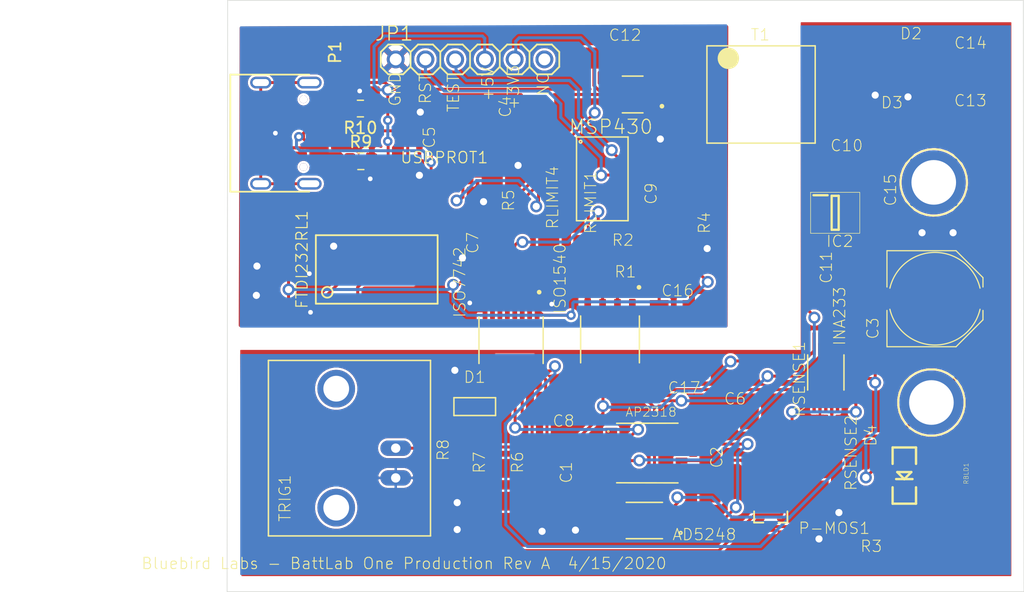
<source format=kicad_pcb>
(kicad_pcb (version 20171130) (host pcbnew 5.1.6-c6e7f7d~86~ubuntu18.04.1)
  (layers (0 Top signal) (31 Bottom signal) (34 B.Paste user) (35 F.Paste user) (36 B.SilkS user) (37 F.SilkS user) (38 B.Mask user) (39 F.Mask user) (44 Edge.Cuts user))
  (net 0 "")
  (net 1 GND)
  (net 2 GND1)
  (net 3 NC)
  (net 4 "Net-(C16-Pad1)")
  (net 5 "Net-(ISO1540-Pad2)")
  (net 6 "Net-(ISO1540-Pad3)")
  (net 7 "Net-(AD5248-Pad9)")
  (net 8 "Net-(C11-Pad2)")
  (net 9 "Net-(AP2318-Pad1)")
  (net 10 "Net-(AP2318-Pad2)")
  (net 11 "Net-(AP2318-Pad3)")
  (net 12 "Net-(AP2318-Pad5)")
  (net 13 "Net-(AD5248-Pad1)")
  (net 14 "Net-(AD5248-Pad6)")
  (net 15 "Net-(AD5248-Pad7)")
  (net 16 "Net-(INA233-Pad3)")
  (net 17 "Net-(AD5248-Pad5)")
  (net 18 "Net-(INA233-Pad8)")
  (net 19 "Net-(C5-Pad2)")
  (net 20 "Net-(C9-Pad2)")
  (net 21 "Net-(MSP430-Pad11)")
  (net 22 "Net-(MSP430-Pad12)")
  (net 23 "Net-(MSP430-Pad10)")
  (net 24 "Net-(ISO7742-Pad5)")
  (net 25 "Net-(MSP430-Pad8)")
  (net 26 "Net-(MSP430-Pad7)")
  (net 27 "Net-(MSP430-Pad6)")
  (net 28 "Net-(MSP430-Pad2)")
  (net 29 "Net-(MSP430-Pad13)")
  (net 30 "Net-(JP1-Pad4)")
  (net 31 "Net-(MSP430-Pad18)")
  (net 32 "Net-(MSP430-Pad19)")
  (net 33 "Net-(ISO7742-Pad4)")
  (net 34 "Net-(JP1-Pad1)")
  (net 35 "Net-(D3-Pad2)")
  (net 36 "Net-(D2-Pad2)")
  (net 37 "Net-(SN6505-Pad1)")
  (net 38 "Net-(SN6505-Pad3)")
  (net 39 "Net-(SN6505-Pad6)")
  (net 40 "Net-(ISO7742-Pad14)")
  (net 41 "Net-(ISO7742-Pad3)")
  (net 42 "Net-(D1-PadC)")
  (net 43 "Net-(ISO7742-Pad11)")
  (net 44 "Net-(ISO7742-Pad6)")
  (net 45 "Net-(R8-Pad1)")
  (net 46 "Net-(D4-PadC)")
  (net 47 "Net-(IC2-Pad4)")
  (net 48 "Net-(FTDI232RL1-Pad14)")
  (net 49 "Net-(FTDI232RL1-Pad13)")
  (net 50 "Net-(FTDI232RL1-Pad12)")
  (net 51 "Net-(FTDI232RL1-Pad11)")
  (net 52 "Net-(FTDI232RL1-Pad10)")
  (net 53 "Net-(FTDI232RL1-Pad9)")
  (net 54 "Net-(FTDI232RL1-Pad6)")
  (net 55 "Net-(FTDI232RL1-Pad5)")
  (net 56 "Net-(FTDI232RL1-Pad3)")
  (net 57 "Net-(FTDI232RL1-Pad2)")
  (net 58 "Net-(FTDI232RL1-Pad1)")
  (net 59 "Net-(FTDI232RL1-Pad19)")
  (net 60 "Net-(FTDI232RL1-Pad22)")
  (net 61 "Net-(FTDI232RL1-Pad23)")
  (net 62 "Net-(FTDI232RL1-Pad27)")
  (net 63 "Net-(FTDI232RL1-Pad28)")
  (net 64 "Net-(P-MOS1-Pad3)")
  (net 65 "Net-(USBPROT1-Pad2)")
  (net 66 /VBUS)
  (net 67 /D+)
  (net 68 /D-)
  (net 69 "Net-(P1-PadS1)")
  (net 70 "Net-(P1-PadA5)")
  (net 71 "Net-(P1-PadB5)")
  (module Resistor_SMD:R_0805_2012Metric (layer Top) (at 125.8625 89 180)
    (fp_text reference R10 (at 0 -1.65) (layer F.SilkS))
    (fp_text value 5.1K)
    (pad 2 smd roundrect (at 0.9375 0 180) (size 0.975 1.4) (layers Top F.Paste F.Mask) (net 70 "Net-(P1-PadA5)"))
    (pad 1 smd roundrect (at -0.9375 0 180) (size 0.975 1.4) (layers Top F.Paste F.Mask) (net 1 GND))
  )
  (module Resistor_SMD:R_0805_2012Metric (layer Top) (at 125.9 93.5)
    (fp_text reference R9 (at 0 -1.65) (layer F.SilkS))
    (fp_text value 5.1K)
    (pad 2 smd roundrect (at 0.9375 0) (size 0.975 1.4) (layers Top F.Paste F.Mask) (net 1 GND))
    (pad 1 smd roundrect (at -0.9375 0) (size 0.975 1.4) (layers Top F.Paste F.Mask) (net 71 "Net-(P1-PadB5)"))
  )
  (module Production_Rev_A:1206 (layer Top) (at 155.7161 120.4356 270)
    (fp_text reference C2 (at -0.662 -1.141 90) (layer F.SilkS) (effects (font (size 0.9652 0.9652) (thickness 0.077216)) (justify left bottom)))
    (fp_text value 2.2uF)
    (pad 2 smd rect (at 1.4 0 270) (size 1.6 1.8) (layers Top F.Paste F.Mask) (net 2 GND1))
    (pad 1 smd rect (at -1.4 0 270) (size 1.6 1.8) (layers Top F.Paste F.Mask) (net 7 "Net-(AD5248-Pad9)"))
  )
  (module Production_Rev_A:1206 (layer Top) (at 151.6011 100.2466)
    (fp_text reference R2 (at -4.316 0.553) (layer F.SilkS) (effects (font (size 0.9652 0.9652) (thickness 0.077216)) (justify left bottom)))
    (fp_text value 10K)
    (pad 2 smd rect (at 1.4 0) (size 1.6 1.8) (layers Top F.Paste F.Mask) (net 4 "Net-(C16-Pad1)"))
    (pad 1 smd rect (at -1.4 0) (size 1.6 1.8) (layers Top F.Paste F.Mask) (net 6 "Net-(ISO1540-Pad3)"))
  )
  (module Production_Rev_A:1206 (layer Top) (at 151.7171 102.9466)
    (fp_text reference R1 (at -4.216 0.557) (layer F.SilkS) (effects (font (size 0.9652 0.9652) (thickness 0.077216)) (justify left bottom)))
    (fp_text value 10K)
    (pad 2 smd rect (at 1.4 0) (size 1.6 1.8) (layers Top F.Paste F.Mask) (net 4 "Net-(C16-Pad1)"))
    (pad 1 smd rect (at -1.4 0) (size 1.6 1.8) (layers Top F.Paste F.Mask) (net 5 "Net-(ISO1540-Pad2)"))
  )
  (module Production_Rev_A:1206 (layer Top) (at 166.1181 118.3696 90)
    (fp_text reference RSENSE2 (at -3.34 2.207 90) (layer F.SilkS) (effects (font (size 0.9652 0.9652) (thickness 0.077216)) (justify left bottom)))
    (fp_text value 0.1)
    (pad 2 smd rect (at 1.4 0 90) (size 1.6 1.8) (layers Top F.Paste F.Mask) (net 8 "Net-(C11-Pad2)"))
    (pad 1 smd rect (at -1.4 0 90) (size 1.6 1.8) (layers Top F.Paste F.Mask) (net 64 "Net-(P-MOS1-Pad3)"))
  )
  (module Production_Rev_A:SSOP28DB (layer Top) (at 127.2561 102.7396)
    (fp_text reference FTDI232RL1 (at -5.823 3.426 90) (layer F.SilkS) (effects (font (size 0.9652 0.9652) (thickness 0.09652)) (justify left bottom)))
    (fp_text value FT232RL)
    (pad 14 smd rect (at 4.225 3.656) (size 0.348 1.397) (layers Top F.Paste F.Mask) (net 48 "Net-(FTDI232RL1-Pad14)"))
    (pad 13 smd rect (at 3.575 3.656) (size 0.348 1.397) (layers Top F.Paste F.Mask) (net 49 "Net-(FTDI232RL1-Pad13)"))
    (pad 12 smd rect (at 2.925 3.656) (size 0.348 1.397) (layers Top F.Paste F.Mask) (net 50 "Net-(FTDI232RL1-Pad12)"))
    (pad 11 smd rect (at 2.275 3.656) (size 0.348 1.397) (layers Top F.Paste F.Mask) (net 51 "Net-(FTDI232RL1-Pad11)"))
    (pad 10 smd rect (at 1.625 3.656) (size 0.348 1.397) (layers Top F.Paste F.Mask) (net 52 "Net-(FTDI232RL1-Pad10)"))
    (pad 9 smd rect (at 0.975 3.656) (size 0.348 1.397) (layers Top F.Paste F.Mask) (net 53 "Net-(FTDI232RL1-Pad9)"))
    (pad 8 smd rect (at 0.325 3.656) (size 0.348 1.397) (layers Top F.Paste F.Mask))
    (pad 7 smd rect (at -0.325 3.656) (size 0.348 1.397) (layers Top F.Paste F.Mask) (net 1 GND))
    (pad 6 smd rect (at -0.975 3.656) (size 0.348 1.397) (layers Top F.Paste F.Mask) (net 54 "Net-(FTDI232RL1-Pad6)"))
    (pad 5 smd rect (at -1.625 3.656) (size 0.348 1.397) (layers Top F.Paste F.Mask) (net 55 "Net-(FTDI232RL1-Pad5)"))
    (pad 4 smd rect (at -2.275 3.656) (size 0.348 1.397) (layers Top F.Paste F.Mask) (net 4 "Net-(C16-Pad1)"))
    (pad 3 smd rect (at -2.925 3.656) (size 0.348 1.397) (layers Top F.Paste F.Mask) (net 56 "Net-(FTDI232RL1-Pad3)"))
    (pad 2 smd rect (at -3.575 3.656) (size 0.348 1.397) (layers Top F.Paste F.Mask) (net 57 "Net-(FTDI232RL1-Pad2)"))
    (pad 1 smd rect (at -4.225 3.656) (size 0.348 1.397) (layers Top F.Paste F.Mask) (net 58 "Net-(FTDI232RL1-Pad1)"))
    (pad 15 smd rect (at 4.225 -3.656) (size 0.348 1.397) (layers Top F.Paste F.Mask) (net 67 /D+))
    (pad 16 smd rect (at 3.575 -3.656) (size 0.348 1.397) (layers Top F.Paste F.Mask) (net 68 /D-))
    (pad 17 smd rect (at 2.925 -3.656) (size 0.348 1.397) (layers Top F.Paste F.Mask) (net 4 "Net-(C16-Pad1)"))
    (pad 18 smd rect (at 2.275 -3.656) (size 0.348 1.397) (layers Top F.Paste F.Mask) (net 1 GND))
    (pad 19 smd rect (at 1.625 -3.656) (size 0.348 1.397) (layers Top F.Paste F.Mask) (net 59 "Net-(FTDI232RL1-Pad19)"))
    (pad 21 smd rect (at 0.325 -3.656) (size 0.348 1.397) (layers Top F.Paste F.Mask) (net 1 GND))
    (pad 20 smd rect (at 0.975 -3.656) (size 0.348 1.397) (layers Top F.Paste F.Mask) (net 66 /VBUS))
    (pad 22 smd rect (at -0.325 -3.656) (size 0.348 1.397) (layers Top F.Paste F.Mask) (net 60 "Net-(FTDI232RL1-Pad22)"))
    (pad 23 smd rect (at -0.975 -3.656) (size 0.348 1.397) (layers Top F.Paste F.Mask) (net 61 "Net-(FTDI232RL1-Pad23)"))
    (pad 24 smd rect (at -1.625 -3.656) (size 0.348 1.397) (layers Top F.Paste F.Mask))
    (pad 25 smd rect (at -2.275 -3.656) (size 0.348 1.397) (layers Top F.Paste F.Mask) (net 1 GND))
    (pad 26 smd rect (at -2.925 -3.656) (size 0.348 1.397) (layers Top F.Paste F.Mask) (net 1 GND))
    (pad 27 smd rect (at -3.575 -3.656) (size 0.348 1.397) (layers Top F.Paste F.Mask) (net 62 "Net-(FTDI232RL1-Pad27)"))
    (pad 28 smd rect (at -4.225 -3.656) (size 0.348 1.397) (layers Top F.Paste F.Mask) (net 63 "Net-(FTDI232RL1-Pad28)"))
  )
  (module Production_Rev_A:SOIC-8 (layer Top) (at 150.2841 118.4196 270)
    (fp_text reference AP2318 (at -3.046 1.83) (layer F.SilkS) (effects (font (size 0.77216 0.77216) (thickness 0.061772)) (justify left bottom)))
    (fp_text value AP2318)
    (pad 1 smd rect (at -1.9 3 270) (size 0.51 1) (layers Top F.Paste F.Mask) (net 9 "Net-(AP2318-Pad1)"))
    (pad 2 smd rect (at -0.65 3 270) (size 0.51 1) (layers Top F.Paste F.Mask) (net 10 "Net-(AP2318-Pad2)"))
    (pad 3 smd rect (at 0.65 3 270) (size 0.51 1) (layers Top F.Paste F.Mask) (net 11 "Net-(AP2318-Pad3)"))
    (pad 4 smd rect (at 1.85 3 270) (size 0.51 1) (layers Top F.Paste F.Mask) (net 11 "Net-(AP2318-Pad3)"))
    (pad 5 smd rect (at 1.9 -3 270) (size 0.51 1) (layers Top F.Paste F.Mask) (net 12 "Net-(AP2318-Pad5)"))
    (pad 6 smd rect (at 0.65 -3 270) (size 0.51 1) (layers Top F.Paste F.Mask) (net 7 "Net-(AD5248-Pad9)"))
    (pad 7 smd rect (at -0.65 -3 270) (size 0.51 1) (layers Top F.Paste F.Mask) (net 13 "Net-(AD5248-Pad1)"))
    (pad 8 smd rect (at -1.9 -3 270) (size 0.51 1) (layers Top F.Paste F.Mask) (net 2 GND1))
  )
  (module Production_Rev_A:VSSOP-10 (layer Top) (at 165.6081 111.5376 180)
    (fp_text reference INA233 (at -1.74 2.234 90) (layer F.SilkS) (effects (font (size 0.9652 0.9652) (thickness 0.077216)) (justify left bottom)))
    (fp_text value INA233)
    (pad 5 smd rect (at 1 2.454 180) (size 0.29 1.905) (layers Top F.Paste F.Mask) (net 14 "Net-(AD5248-Pad6)"))
    (pad 4 smd rect (at 0.5 2.454 180) (size 0.29 1.905) (layers Top F.Paste F.Mask) (net 15 "Net-(AD5248-Pad7)"))
    (pad 3 smd rect (at 0 2.454 180) (size 0.29 1.905) (layers Top F.Paste F.Mask) (net 16 "Net-(INA233-Pad3)"))
    (pad 2 smd rect (at -0.5 2.454 180) (size 0.29 1.905) (layers Top F.Paste F.Mask) (net 2 GND1))
    (pad 1 smd rect (at -1 2.454 180) (size 0.29 1.905) (layers Top F.Paste F.Mask) (net 2 GND1))
    (pad 6 smd rect (at 1 -2.454 180) (size 0.29 1.905) (layers Top F.Paste F.Mask) (net 17 "Net-(AD5248-Pad5)"))
    (pad 7 smd rect (at 0.5 -2.454 180) (size 0.29 1.905) (layers Top F.Paste F.Mask) (net 2 GND1))
    (pad 8 smd rect (at 0 -2.454 180) (size 0.29 1.905) (layers Top F.Paste F.Mask) (net 18 "Net-(INA233-Pad8)"))
    (pad 9 smd rect (at -0.5 -2.454 180) (size 0.29 1.905) (layers Top F.Paste F.Mask) (net 8 "Net-(C11-Pad2)"))
    (pad 10 smd rect (at -1 -2.454 180) (size 0.29 1.905) (layers Top F.Paste F.Mask) (net 7 "Net-(AD5248-Pad9)"))
  )
  (module Production_Rev_A:MSOP-10 (layer Top) (at 150.1101 124.1836 90)
    (fp_text reference AD5248 (at -1.762 2.342) (layer F.SilkS) (effects (font (size 0.9652 0.9652) (thickness 0.077216)) (justify left bottom)))
    (fp_text value 100K)
    (pad 1 smd rect (at -1 2.327 90) (size 0.29 1.905) (layers Top F.Paste F.Mask) (net 13 "Net-(AD5248-Pad1)"))
    (pad 2 smd rect (at -0.5 2.327 90) (size 0.29 1.905) (layers Top F.Paste F.Mask) (net 2 GND1))
    (pad 3 smd rect (at 0 2.327 90) (size 0.29 1.905) (layers Top F.Paste F.Mask) (net 13 "Net-(AD5248-Pad1)"))
    (pad 4 smd rect (at 0.5 2.327 90) (size 0.29 1.905) (layers Top F.Paste F.Mask) (net 2 GND1))
    (pad 5 smd rect (at 1 2.327 90) (size 0.29 1.905) (layers Top F.Paste F.Mask) (net 17 "Net-(AD5248-Pad5)"))
    (pad 6 smd rect (at 1 -2.454 90) (size 0.29 1.905) (layers Top F.Paste F.Mask) (net 14 "Net-(AD5248-Pad6)"))
    (pad 7 smd rect (at 0.5 -2.454 90) (size 0.29 1.905) (layers Top F.Paste F.Mask) (net 15 "Net-(AD5248-Pad7)"))
    (pad 8 smd rect (at 0 -2.454 90) (size 0.29 1.905) (layers Top F.Paste F.Mask) (net 2 GND1))
    (pad 9 smd rect (at -0.5 -2.454 90) (size 0.29 1.905) (layers Top F.Paste F.Mask) (net 7 "Net-(AD5248-Pad9)"))
    (pad 10 smd rect (at -1 -2.454 90) (size 0.29 1.905) (layers Top F.Paste F.Mask) (net 2 GND1))
  )
  (module Production_Rev_A:1206 (layer Top) (at 145.2961 120.3556 90)
    (fp_text reference C1 (at -0.712 -1.291 90) (layer F.SilkS) (effects (font (size 0.9652 0.9652) (thickness 0.077216)) (justify left bottom)))
    (fp_text value 1uF)
    (pad 2 smd rect (at 1.4 0 90) (size 1.6 1.8) (layers Top F.Paste F.Mask) (net 11 "Net-(AP2318-Pad3)"))
    (pad 1 smd rect (at -1.4 0 90) (size 1.6 1.8) (layers Top F.Paste F.Mask) (net 2 GND1))
  )
  (module Production_Rev_A:PANASONIC_F (layer Top) (at 174.9301 105.2396)
    (fp_text reference C3 (at -4.744 3.526 90) (layer F.SilkS) (effects (font (size 0.9652 0.9652) (thickness 0.077216)) (justify left bottom)))
    (fp_text value 1000uF)
    (pad + smd rect (at 3.55 0) (size 4 1.6) (layers Top F.Paste F.Mask) (net 8 "Net-(C11-Pad2)"))
    (pad - smd rect (at -3.55 0) (size 4 1.6) (layers Top F.Paste F.Mask) (net 2 GND1))
  )
  (module Production_Rev_A:1206 (layer Top) (at 134.6141 93.2696 270)
    (fp_text reference C5 (at -0.812 2.307 90) (layer F.SilkS) (effects (font (size 0.9652 0.9652) (thickness 0.077216)) (justify left bottom)))
    (fp_text value .1uF)
    (pad 2 smd rect (at 1.4 0 270) (size 1.6 1.8) (layers Top F.Paste F.Mask) (net 19 "Net-(C5-Pad2)"))
    (pad 1 smd rect (at -1.4 0 270) (size 1.6 1.8) (layers Top F.Paste F.Mask) (net 1 GND))
  )
  (module Production_Rev_A:1206 (layer Top) (at 155.1841 95.2736 90)
    (fp_text reference R4 (at -4.481 0.619 90) (layer F.SilkS) (effects (font (size 0.9652 0.9652) (thickness 0.077216)) (justify left bottom)))
    (fp_text value 47K)
    (pad 2 smd rect (at 1.4 0 90) (size 1.6 1.8) (layers Top F.Paste F.Mask) (net 20 "Net-(C9-Pad2)"))
    (pad 1 smd rect (at -1.4 0 90) (size 1.6 1.8) (layers Top F.Paste F.Mask) (net 4 "Net-(C16-Pad1)"))
  )
  (module Production_Rev_A:1206 (layer Top) (at 152.3841 95.2476 90)
    (fp_text reference C9 (at -2.012 -1.141 90) (layer F.SilkS) (effects (font (size 0.9652 0.9652) (thickness 0.077216)) (justify left bottom)))
    (fp_text value 1nF)
    (pad 2 smd rect (at 1.4 0 90) (size 1.6 1.8) (layers Top F.Paste F.Mask) (net 20 "Net-(C9-Pad2)"))
    (pad 1 smd rect (at -1.4 0 90) (size 1.6 1.8) (layers Top F.Paste F.Mask) (net 1 GND))
  )
  (module Production_Rev_A:1206 (layer Top) (at 137.1161 93.3696 90)
    (fp_text reference R5 (at -4.466 1.957 90) (layer F.SilkS) (effects (font (size 0.9652 0.9652) (thickness 0.077216)) (justify left bottom)))
    (fp_text value 47K)
    (pad 2 smd rect (at 1.4 0 90) (size 1.6 1.8) (layers Top F.Paste F.Mask) (net 4 "Net-(C16-Pad1)"))
    (pad 1 smd rect (at -1.4 0 90) (size 1.6 1.8) (layers Top F.Paste F.Mask) (net 19 "Net-(C5-Pad2)"))
  )
  (module Production_Rev_A:PW20 (layer Top) (at 146.5181 95.0036 270)
    (fp_text reference MSP430 (at -3.7369 2.9139) (layer F.SilkS) (effects (font (size 1.2065 1.2065) (thickness 0.09652)) (justify left bottom)))
    (fp_text value MSP430)
    (pad 11 smd rect (at 2.9249 -2.9 270) (size 0.3 1.1998) (layers Top F.Paste F.Mask) (net 21 "Net-(MSP430-Pad11)"))
    (pad 12 smd rect (at 2.275 -2.9 270) (size 0.3 1.1998) (layers Top F.Paste F.Mask) (net 22 "Net-(MSP430-Pad12)"))
    (pad 10 smd rect (at 2.9249 2.9001 270) (size 0.3 1.1998) (layers Top F.Paste F.Mask) (net 23 "Net-(MSP430-Pad10)"))
    (pad 9 smd rect (at 2.275 2.9001 270) (size 0.3 1.1998) (layers Top F.Paste F.Mask) (net 24 "Net-(ISO7742-Pad5)"))
    (pad 8 smd rect (at 1.625 2.9001 270) (size 0.3 1.1998) (layers Top F.Paste F.Mask) (net 25 "Net-(MSP430-Pad8)"))
    (pad 7 smd rect (at 0.975 2.9001 270) (size 0.3 1.1998) (layers Top F.Paste F.Mask) (net 26 "Net-(MSP430-Pad7)"))
    (pad 6 smd rect (at 0.325 2.9001 270) (size 0.3 1.1998) (layers Top F.Paste F.Mask) (net 27 "Net-(MSP430-Pad6)"))
    (pad 5 smd rect (at -0.325 2.9001 270) (size 0.3 1.1998) (layers Top F.Paste F.Mask) (net 19 "Net-(C5-Pad2)"))
    (pad 4 smd rect (at -0.975 2.9001 270) (size 0.3 1.1998) (layers Top F.Paste F.Mask) (net 55 "Net-(FTDI232RL1-Pad5)"))
    (pad 3 smd rect (at -1.625 2.9001 270) (size 0.3 1.1998) (layers Top F.Paste F.Mask) (net 58 "Net-(FTDI232RL1-Pad1)"))
    (pad 2 smd rect (at -2.2749 2.9001 270) (size 0.3 1.1998) (layers Top F.Paste F.Mask) (net 28 "Net-(MSP430-Pad2)"))
    (pad 1 smd rect (at -2.9249 2.9001 270) (size 0.3 1.1998) (layers Top F.Paste F.Mask) (net 4 "Net-(C16-Pad1)"))
    (pad 13 smd rect (at 1.625 -2.9 270) (size 0.3 1.1998) (layers Top F.Paste F.Mask) (net 29 "Net-(MSP430-Pad13)"))
    (pad 14 smd rect (at 0.975 -2.9 270) (size 0.3 1.1998) (layers Top F.Paste F.Mask) (net 6 "Net-(ISO1540-Pad3)"))
    (pad 15 smd rect (at 0.325 -2.9 270) (size 0.3 1.1998) (layers Top F.Paste F.Mask) (net 5 "Net-(ISO1540-Pad2)"))
    (pad 16 smd rect (at -0.325 -2.9 270) (size 0.3 1.1998) (layers Top F.Paste F.Mask) (net 20 "Net-(C9-Pad2)"))
    (pad 17 smd rect (at -0.975 -2.9 270) (size 0.3 1.1998) (layers Top F.Paste F.Mask) (net 30 "Net-(JP1-Pad4)"))
    (pad 18 smd rect (at -1.625 -2.9 270) (size 0.3 1.1998) (layers Top F.Paste F.Mask) (net 31 "Net-(MSP430-Pad18)"))
    (pad 19 smd rect (at -2.2749 -2.9 270) (size 0.3 1.1998) (layers Top F.Paste F.Mask) (net 32 "Net-(MSP430-Pad19)"))
    (pad 20 smd rect (at -2.9249 -2.9 270) (size 0.3 1.1998) (layers Top F.Paste F.Mask) (net 1 GND))
  )
  (module Production_Rev_A:1206 (layer Top) (at 144.9441 102.0036 270)
    (fp_text reference RLIMIT1 (at -2.232 -1.143 90) (layer F.SilkS) (effects (font (size 0.9652 0.9652) (thickness 0.077216)) (justify left bottom)))
    (fp_text value 220)
    (pad 2 smd rect (at 1.4 0 270) (size 1.6 1.8) (layers Top F.Paste F.Mask) (net 33 "Net-(ISO7742-Pad4)"))
    (pad 1 smd rect (at -1.4 0 270) (size 1.6 1.8) (layers Top F.Paste F.Mask) (net 25 "Net-(MSP430-Pad8)"))
  )
  (module Production_Rev_A:1206 (layer Top) (at 167.4441 103.6936 90)
    (fp_text reference C11 (at -0.324 -1.237 90) (layer F.SilkS) (effects (font (size 0.9652 0.9652) (thickness 0.077216)) (justify left bottom)))
    (fp_text value 0.1uF)
    (pad 2 smd rect (at 1.4 0 90) (size 1.6 1.8) (layers Top F.Paste F.Mask) (net 8 "Net-(C11-Pad2)"))
    (pad 1 smd rect (at -1.4 0 90) (size 1.6 1.8) (layers Top F.Paste F.Mask) (net 2 GND1))
  )
  (module Production_Rev_A:1X06 (layer Top) (at 135.2241 84.8016 180)
    (fp_text reference JP1 (at 8.1978 1.5072) (layer F.SilkS) (effects (font (size 1.2065 1.2065) (thickness 0.12065)) (justify left bottom)))
    (fp_text value PINHD-1X6)
    (pad 6 thru_hole circle (at 6.35 0 270) (size 1.524 1.524) (drill 1.016) (layers *.Cu *.Mask) (net 1 GND))
    (pad 5 thru_hole circle (at 3.81 0 270) (size 1.524 1.524) (drill 1.016) (layers *.Cu *.Mask) (net 20 "Net-(C9-Pad2)"))
    (pad 4 thru_hole circle (at 1.27 0 270) (size 1.524 1.524) (drill 1.016) (layers *.Cu *.Mask) (net 30 "Net-(JP1-Pad4)"))
    (pad 3 thru_hole circle (at -1.27 0 270) (size 1.524 1.524) (drill 1.016) (layers *.Cu *.Mask) (net 66 /VBUS))
    (pad 2 thru_hole circle (at -3.81 0 270) (size 1.524 1.524) (drill 1.016) (layers *.Cu *.Mask) (net 4 "Net-(C16-Pad1)"))
    (pad 1 thru_hole circle (at -6.35 0 270) (size 1.524 1.524) (drill 1.016) (layers *.Cu *.Mask) (net 34 "Net-(JP1-Pad1)"))
  )
  (module "Production_Rev_A:TOR-6P-HT4_SMT_6PIN_(1201)" (layer Top) (at 160.0781 87.7976)
    (fp_text reference T1 (at -0.9398 -4.5339) (layer F.SilkS) (effects (font (size 0.9652 0.9652) (thickness 0.077216)) (justify left bottom)))
    (fp_text value 750315371)
    (pad 4 smd rect (at 5.6261 2.54) (size 1.8288 1.0922) (layers Top F.Paste F.Mask) (net 35 "Net-(D3-Pad2)"))
    (pad 5 smd rect (at 5.6261 0) (size 1.8288 1.0922) (layers Top F.Paste F.Mask) (net 2 GND1))
    (pad 6 smd rect (at 5.6261 -2.54) (size 1.8288 1.0922) (layers Top F.Paste F.Mask) (net 36 "Net-(D2-Pad2)"))
    (pad 3 smd rect (at -5.6261 2.54) (size 1.8288 1.0922) (layers Top F.Paste F.Mask) (net 37 "Net-(SN6505-Pad1)"))
    (pad 2 smd rect (at -5.6261 0) (size 1.8288 1.0922) (layers Top F.Paste F.Mask) (net 66 /VBUS))
    (pad 1 smd rect (at -5.6261 -2.54) (size 1.8288 1.0922) (layers Top F.Paste F.Mask) (net 38 "Net-(SN6505-Pad3)"))
  )
  (module Production_Rev_A:SOT95P280X145-6N (layer Top) (at 149.1121 87.7976 180)
    (fp_text reference SN6505 hide)
    (fp_text value SN6505)
    (pad 6 smd roundrect (at 1.245 -0.95 180) (size 1.22 0.6) (layers Top F.Paste F.Mask) (net 39 "Net-(SN6505-Pad6)"))
    (pad 5 smd roundrect (at 1.245 0 180) (size 1.22 0.6) (layers Top F.Paste F.Mask) (net 66 /VBUS))
    (pad 4 smd roundrect (at 1.245 0.95 180) (size 1.22 0.6) (layers Top F.Paste F.Mask) (net 1 GND))
    (pad 3 smd roundrect (at -1.245 0.95 180) (size 1.22 0.6) (layers Top F.Paste F.Mask) (net 38 "Net-(SN6505-Pad3)"))
    (pad 2 smd roundrect (at -1.245 0 180) (size 1.22 0.6) (layers Top F.Paste F.Mask) (net 66 /VBUS))
    (pad 1 smd roundrect (at -1.245 -0.95 180) (size 1.22 0.6) (layers Top F.Paste F.Mask) (net 37 "Net-(SN6505-Pad1)"))
  )
  (module Production_Rev_A:SOIC127P600X175-8N (layer Top) (at 147.1781 108.7116 270)
    (fp_text reference ISO1540 (at -2.1 3.709 90) (layer F.SilkS) (effects (font (size 0.9652 0.9652) (thickness 0.077216)) (justify left bottom)))
    (fp_text value ISO1540)
    (pad 8 smd roundrect (at 2.475 -1.905 270) (size 1.97 0.57) (layers Top F.Paste F.Mask) (roundrect_rratio 0.125) (net 17 "Net-(AD5248-Pad5)"))
    (pad 7 smd roundrect (at 2.475 -0.635 270) (size 1.97 0.57) (layers Top F.Paste F.Mask) (roundrect_rratio 0.125) (net 15 "Net-(AD5248-Pad7)"))
    (pad 6 smd roundrect (at 2.475 0.635 270) (size 1.97 0.57) (layers Top F.Paste F.Mask) (roundrect_rratio 0.125) (net 14 "Net-(AD5248-Pad6)"))
    (pad 5 smd roundrect (at 2.475 1.905 270) (size 1.97 0.57) (layers Top F.Paste F.Mask) (roundrect_rratio 0.125) (net 2 GND1))
    (pad 4 smd roundrect (at -2.475 1.905 270) (size 1.97 0.57) (layers Top F.Paste F.Mask) (roundrect_rratio 0.125) (net 1 GND))
    (pad 3 smd roundrect (at -2.475 0.635 270) (size 1.97 0.57) (layers Top F.Paste F.Mask) (roundrect_rratio 0.125) (net 6 "Net-(ISO1540-Pad3)"))
    (pad 2 smd roundrect (at -2.475 -0.635 270) (size 1.97 0.57) (layers Top F.Paste F.Mask) (roundrect_rratio 0.125) (net 5 "Net-(ISO1540-Pad2)"))
    (pad 1 smd roundrect (at -2.475 -1.905 270) (size 1.97 0.57) (layers Top F.Paste F.Mask) (roundrect_rratio 0.125) (net 4 "Net-(C16-Pad1)"))
  )
  (module Production_Rev_A:1206 (layer Top) (at 147.2001 84.6876)
    (fp_text reference C12 (at -0.19 -1.393) (layer F.SilkS) (effects (font (size 0.9652 0.9652) (thickness 0.077216)) (justify left bottom)))
    (fp_text value 10uF)
    (pad 2 smd rect (at 1.4 0) (size 1.6 1.8) (layers Top F.Paste F.Mask) (net 1 GND))
    (pad 1 smd rect (at -1.4 0) (size 1.6 1.8) (layers Top F.Paste F.Mask) (net 66 /VBUS))
  )
  (module "Production_Rev_A:SOD3716X117(SOD-123)" (layer Top) (at 171.0421 85.1576 180)
    (fp_text reference D2 (at -0.848168 1.995131) (layer F.SilkS) (effects (font (size 0.9652 0.9652) (thickness 0.077216)) (justify left bottom)))
    (fp_text value MBR0520LT1G)
    (pad 2 smd rect (at 1.9 -0.0508 180) (size 1.4 1.4) (layers Top F.Paste F.Mask) (net 36 "Net-(D2-Pad2)"))
    (pad 1 smd rect (at -1.9 -0.0508 180) (size 1.4 1.4) (layers Top F.Paste F.Mask) (net 11 "Net-(AP2318-Pad3)"))
  )
  (module "Production_Rev_A:SOD3716X117(SOD-123)" (layer Top) (at 171.1921 90.2876 180)
    (fp_text reference D3 (at 0.929832 1.233131) (layer F.SilkS) (effects (font (size 0.9652 0.9652) (thickness 0.077216)) (justify left bottom)))
    (fp_text value MBR0520LT1G)
    (pad 2 smd rect (at 1.9 -0.0508 180) (size 1.4 1.4) (layers Top F.Paste F.Mask) (net 35 "Net-(D3-Pad2)"))
    (pad 1 smd rect (at -1.9 -0.0508 180) (size 1.4 1.4) (layers Top F.Paste F.Mask) (net 11 "Net-(AP2318-Pad3)"))
  )
  (module Production_Rev_A:1206 (layer Top) (at 177.9381 90.2876)
    (fp_text reference C13 (at -1.432 -1.405) (layer F.SilkS) (effects (font (size 0.9652 0.9652) (thickness 0.077216)) (justify left bottom)))
    (fp_text value 10uF)
    (pad 2 smd rect (at 1.4 0) (size 1.6 1.8) (layers Top F.Paste F.Mask) (net 2 GND1))
    (pad 1 smd rect (at -1.4 0) (size 1.6 1.8) (layers Top F.Paste F.Mask) (net 11 "Net-(AP2318-Pad3)"))
  )
  (module Production_Rev_A:1206 (layer Top) (at 178.0381 85.3616)
    (fp_text reference C14 (at -1.524 -1.397) (layer F.SilkS) (effects (font (size 0.9652 0.9652) (thickness 0.077216)) (justify left bottom)))
    (fp_text value 0.1uF)
    (pad 2 smd rect (at 1.4 0) (size 1.6 1.8) (layers Top F.Paste F.Mask) (net 2 GND1))
    (pad 1 smd rect (at -1.4 0) (size 1.6 1.8) (layers Top F.Paste F.Mask) (net 11 "Net-(AP2318-Pad3)"))
  )
  (module Production_Rev_A:1206 (layer Top) (at 141.7941 121.1176 270)
    (fp_text reference R6 (at -0.912 1.957 90) (layer F.SilkS) (effects (font (size 0.9652 0.9652) (thickness 0.077216)) (justify left bottom)))
    (fp_text value 10K)
    (pad 2 smd rect (at 1.4 0 270) (size 1.6 1.8) (layers Top F.Paste F.Mask) (net 14 "Net-(AD5248-Pad6)"))
    (pad 1 smd rect (at -1.4 0 270) (size 1.6 1.8) (layers Top F.Paste F.Mask) (net 17 "Net-(AD5248-Pad5)"))
  )
  (module Production_Rev_A:1206 (layer Top) (at 138.6941 121.1336 270)
    (fp_text reference R7 (at -0.916 2.109 90) (layer F.SilkS) (effects (font (size 0.9652 0.9652) (thickness 0.077216)) (justify left bottom)))
    (fp_text value 10K)
    (pad 2 smd rect (at 1.4 0 270) (size 1.6 1.8) (layers Top F.Paste F.Mask) (net 15 "Net-(AD5248-Pad7)"))
    (pad 1 smd rect (at -1.4 0 270) (size 1.6 1.8) (layers Top F.Paste F.Mask) (net 17 "Net-(AD5248-Pad5)"))
  )
  (module Production_Rev_A:1206 (layer Top) (at 141.0021 90.3956 270)
    (fp_text reference C4 (at -0.57 2.205 90) (layer F.SilkS) (effects (font (size 0.9652 0.9652) (thickness 0.077216)) (justify left bottom)))
    (fp_text value 1uF)
    (pad 2 smd rect (at 1.4 0 270) (size 1.6 1.8) (layers Top F.Paste F.Mask) (net 4 "Net-(C16-Pad1)"))
    (pad 1 smd rect (at -1.4 0 270) (size 1.6 1.8) (layers Top F.Paste F.Mask) (net 1 GND))
  )
  (module Production_Rev_A:1206 (layer Top) (at 162.8141 118.4396 270)
    (fp_text reference RSENSE1 (at -3.052 -1.093 90) (layer F.SilkS) (effects (font (size 0.9652 0.9652) (thickness 0.077216)) (justify left bottom)))
    (fp_text value 100)
    (pad 2 smd rect (at 1.4 0 270) (size 1.6 1.8) (layers Top F.Paste F.Mask) (net 64 "Net-(P-MOS1-Pad3)"))
    (pad 1 smd rect (at -1.4 0 270) (size 1.6 1.8) (layers Top F.Paste F.Mask) (net 7 "Net-(AD5248-Pad9)"))
  )
  (module Production_Rev_A:SOT23-3 (layer Top) (at 160.9061 123.6996 180)
    (fp_text reference P-MOS1 (at -2.317 -1.705) (layer F.SilkS) (effects (font (size 0.9652 0.9652) (thickness 0.077216)) (justify left bottom)))
    (fp_text value P-MOSFET)
    (pad 1 smd rect (at -0.95 1 180) (size 0.8 0.9) (layers Top F.Paste F.Mask) (net 40 "Net-(ISO7742-Pad14)"))
    (pad 2 smd rect (at 0.95 1 180) (size 0.8 0.9) (layers Top F.Paste F.Mask) (net 7 "Net-(AD5248-Pad9)"))
    (pad 3 smd rect (at 0 -1 180) (size 0.8 0.9) (layers Top F.Paste F.Mask) (net 64 "Net-(P-MOS1-Pad3)"))
  )
  (module Production_Rev_A:1206 (layer Top) (at 141.9441 102.0056 270)
    (fp_text reference RLIMIT4 (at -2.648 -0.893 90) (layer F.SilkS) (effects (font (size 0.9652 0.9652) (thickness 0.077216)) (justify left bottom)))
    (fp_text value 220)
    (pad 2 smd rect (at 1.4 0 270) (size 1.6 1.8) (layers Top F.Paste F.Mask) (net 41 "Net-(ISO7742-Pad3)"))
    (pad 1 smd rect (at -1.4 0 270) (size 1.6 1.8) (layers Top F.Paste F.Mask) (net 23 "Net-(MSP430-Pad10)"))
  )
  (module Production_Rev_A:SOP63P599X175-16N (layer Top) (at 138.7281 108.7796 270)
    (fp_text reference ISO7742 (at -1.867 3.825 90) (layer F.SilkS) (effects (font (size 0.9652 0.9652) (thickness 0.077216)) (justify left bottom)))
    (fp_text value ISO7742DBQ)
    (pad 16 smd roundrect (at 2.63 -2.2225 270) (size 1.65 0.41) (layers Top F.Paste F.Mask) (roundrect_rratio 0.125) (net 17 "Net-(AD5248-Pad5)"))
    (pad 15 smd roundrect (at 2.63 -1.5875 270) (size 1.65 0.41) (layers Top F.Paste F.Mask) (roundrect_rratio 0.125) (net 2 GND1))
    (pad 14 smd roundrect (at 2.63 -0.9525 270) (size 1.65 0.41) (layers Top F.Paste F.Mask) (roundrect_rratio 0.125) (net 40 "Net-(ISO7742-Pad14)"))
    (pad 13 smd roundrect (at 2.63 -0.3175 270) (size 1.65 0.41) (layers Top F.Paste F.Mask) (roundrect_rratio 0.125) (net 10 "Net-(AP2318-Pad2)"))
    (pad 12 smd roundrect (at 2.63 0.3175 270) (size 1.65 0.41) (layers Top F.Paste F.Mask) (roundrect_rratio 0.125) (net 42 "Net-(D1-PadC)"))
    (pad 11 smd roundrect (at 2.63 0.9525 270) (size 1.65 0.41) (layers Top F.Paste F.Mask) (roundrect_rratio 0.125) (net 43 "Net-(ISO7742-Pad11)"))
    (pad 10 smd roundrect (at 2.63 1.5875 270) (size 1.65 0.41) (layers Top F.Paste F.Mask) (roundrect_rratio 0.125) (net 17 "Net-(AD5248-Pad5)"))
    (pad 9 smd roundrect (at 2.63 2.2225 270) (size 1.65 0.41) (layers Top F.Paste F.Mask) (roundrect_rratio 0.125) (net 2 GND1))
    (pad 8 smd roundrect (at -2.63 2.2225 270) (size 1.65 0.41) (layers Top F.Paste F.Mask) (roundrect_rratio 0.125) (net 1 GND))
    (pad 7 smd roundrect (at -2.63 1.5875 270) (size 1.65 0.41) (layers Top F.Paste F.Mask) (roundrect_rratio 0.125) (net 4 "Net-(C16-Pad1)"))
    (pad 6 smd roundrect (at -2.63 0.9525 270) (size 1.65 0.41) (layers Top F.Paste F.Mask) (roundrect_rratio 0.125) (net 44 "Net-(ISO7742-Pad6)"))
    (pad 5 smd roundrect (at -2.63 0.3175 270) (size 1.65 0.41) (layers Top F.Paste F.Mask) (roundrect_rratio 0.125) (net 24 "Net-(ISO7742-Pad5)"))
    (pad 4 smd roundrect (at -2.63 -0.3175 270) (size 1.65 0.41) (layers Top F.Paste F.Mask) (roundrect_rratio 0.125) (net 33 "Net-(ISO7742-Pad4)"))
    (pad 3 smd roundrect (at -2.63 -0.9525 270) (size 1.65 0.41) (layers Top F.Paste F.Mask) (roundrect_rratio 0.125) (net 41 "Net-(ISO7742-Pad3)"))
    (pad 2 smd roundrect (at -2.63 -1.5875 270) (size 1.65 0.41) (layers Top F.Paste F.Mask) (roundrect_rratio 0.125) (net 1 GND))
    (pad 1 smd roundrect (at -2.63 -2.2225 270) (size 1.65 0.41) (layers Top F.Paste F.Mask) (roundrect_rratio 0.125) (net 4 "Net-(C16-Pad1)"))
  )
  (module Production_Rev_A:SOT50P160X60-5N (layer Top) (at 131.4 91.6 270)
    (fp_text reference USBPROT1 (at 2.1506 2.18) (layer F.SilkS) (effects (font (size 0.9652 0.9652) (thickness 0.09652)) (justify left bottom)))
    (fp_text value TPD2E2U06DRLR)
    (pad 5 smd rect (at 0.675 -0.5 270) (size 1.1176 0.3) (layers Top F.Paste F.Mask) (net 67 /D+))
    (pad 4 smd rect (at 0.675 0.5 270) (size 1.1176 0.3) (layers Top F.Paste F.Mask) (net 1 GND))
    (pad 3 smd rect (at -0.675 0.508 270) (size 1.1176 0.3) (layers Top F.Paste F.Mask) (net 68 /D-))
    (pad 2 smd rect (at -0.675 0 270) (size 1.1176 0.3) (layers Top F.Paste F.Mask) (net 65 "Net-(USBPROT1-Pad2)"))
    (pad 1 smd rect (at -0.675 -0.508 270) (size 1.1176 0.3) (layers Top F.Paste F.Mask) (net 3 NC))
  )
  (module Production_Rev_A:1206 (layer Top) (at 134.4801 118.1916 90)
    (fp_text reference R8 (at -0.962 -0.995 90) (layer F.SilkS) (effects (font (size 0.9652 0.9652) (thickness 0.077216)) (justify left bottom)))
    (fp_text value 100)
    (pad 2 smd rect (at 1.4 0 90) (size 1.6 1.8) (layers Top F.Paste F.Mask) (net 42 "Net-(D1-PadC)"))
    (pad 1 smd rect (at -1.4 0 90) (size 1.6 1.8) (layers Top F.Paste F.Mask) (net 45 "Net-(R8-Pad1)"))
  )
  (module Production_Rev_A:1206 (layer Top) (at 157.6841 115.4896 180)
    (fp_text reference C6 (at 0.816 1.143) (layer F.SilkS) (effects (font (size 0.9652 0.9652) (thickness 0.077216)) (justify left bottom)))
    (fp_text value 2.2uF)
    (pad 2 smd rect (at 1.4 0 180) (size 1.6 1.8) (layers Top F.Paste F.Mask) (net 2 GND1))
    (pad 1 smd rect (at -1.4 0 180) (size 1.6 1.8) (layers Top F.Paste F.Mask) (net 7 "Net-(AD5248-Pad9)"))
  )
  (module Production_Rev_A:1206 (layer Top) (at 136.8741 102.1736 270)
    (fp_text reference C7 (at -0.716 0.861 90) (layer F.SilkS) (effects (font (size 0.9652 0.9652) (thickness 0.077216)) (justify left bottom)))
    (fp_text value 0.1uF)
    (pad 2 smd rect (at 1.4 0 270) (size 1.6 1.8) (layers Top F.Paste F.Mask) (net 4 "Net-(C16-Pad1)"))
    (pad 1 smd rect (at -1.4 0 270) (size 1.6 1.8) (layers Top F.Paste F.Mask) (net 1 GND))
  )
  (module Production_Rev_A:1206 (layer Top) (at 143.0821 114.0896)
    (fp_text reference C8 (at -0.862 2.157) (layer F.SilkS) (effects (font (size 0.9652 0.9652) (thickness 0.077216)) (justify left bottom)))
    (fp_text value 0.1uF)
    (pad 2 smd rect (at 1.4 0) (size 1.6 1.8) (layers Top F.Paste F.Mask) (net 2 GND1))
    (pad 1 smd rect (at -1.4 0) (size 1.6 1.8) (layers Top F.Paste F.Mask) (net 17 "Net-(AD5248-Pad5)"))
  )
  (module Production_Rev_A:LED-1206 (layer Top) (at 172.3121 120.3436 270)
    (fp_text reference D4 (at -2.435 2.303 90) (layer F.SilkS) (effects (font (size 0.9652 0.9652) (thickness 0.077216)) (justify left bottom)))
    (fp_text value BLUE)
    (pad C smd rect (at 1.5 0 270) (size 1.2 1.4) (layers Top F.Paste F.Mask) (net 46 "Net-(D4-PadC)"))
    (pad A smd rect (at -1.5 0 270) (size 1.2 1.4) (layers Top F.Paste F.Mask) (net 17 "Net-(AD5248-Pad5)"))
  )
  (module Production_Rev_A:1206 (layer Top) (at 170.8621 124.6916)
    (fp_text reference R3 (at -2.366 2.257) (layer F.SilkS) (effects (font (size 0.9652 0.9652) (thickness 0.077216)) (justify left bottom)))
    (fp_text value 470)
    (pad 2 smd rect (at 1.4 0) (size 1.6 1.8) (layers Top F.Paste F.Mask) (net 46 "Net-(D4-PadC)"))
    (pad 1 smd rect (at -1.4 0) (size 1.6 1.8) (layers Top F.Paste F.Mask) (net 2 GND1))
  )
  (module Production_Rev_A:1206 (layer Top) (at 167.1041 94.0176)
    (fp_text reference C10 (at -1.17 -1.293) (layer F.SilkS) (effects (font (size 0.9652 0.9652) (thickness 0.077216)) (justify left bottom)))
    (fp_text value 1uF)
    (pad 2 smd rect (at 1.4 0) (size 1.6 1.8) (layers Top F.Paste F.Mask) (net 2 GND1))
    (pad 1 smd rect (at -1.4 0) (size 1.6 1.8) (layers Top F.Paste F.Mask) (net 11 "Net-(AP2318-Pad3)"))
  )
  (module Production_Rev_A:1206 (layer Top) (at 170.2501 98.2216 270)
    (fp_text reference C15 (at -0.82 -1.443 90) (layer F.SilkS) (effects (font (size 0.9652 0.9652) (thickness 0.077216)) (justify left bottom)))
    (fp_text value 2.2uF)
    (pad 2 smd rect (at 1.4 0 270) (size 1.6 1.8) (layers Top F.Paste F.Mask) (net 2 GND1))
    (pad 1 smd rect (at -1.4 0 270) (size 1.6 1.8) (layers Top F.Paste F.Mask) (net 17 "Net-(AD5248-Pad5)"))
  )
  (module Production_Rev_A:SOT95P280X130-5N (layer Top) (at 166.4081 97.9016)
    (fp_text reference IC2 (at 0.396 2.436) (layer F.SilkS) (effects (font (size 0.9652 0.9652) (thickness 0.077216))))
    (fp_text value MIC5225-5.0YM5-TR hide)
    (pad 5 smd rect (at 1.25 -0.95) (size 1.2 0.6) (layers Top F.Paste F.Mask) (net 17 "Net-(AD5248-Pad5)"))
    (pad 4 smd rect (at 1.25 0.95) (size 1.2 0.6) (layers Top F.Paste F.Mask) (net 47 "Net-(IC2-Pad4)"))
    (pad 3 smd rect (at -1.25 0.95) (size 1.2 0.6) (layers Top F.Paste F.Mask) (net 11 "Net-(AP2318-Pad3)"))
    (pad 2 smd rect (at -1.25 0) (size 1.2 0.6) (layers Top F.Paste F.Mask) (net 2 GND1))
    (pad 1 smd rect (at -1.25 -0.95) (size 1.2 0.6) (layers Top F.Paste F.Mask) (net 11 "Net-(AP2318-Pad3)"))
  )
  (module Production_Rev_A:1206 (layer Top) (at 152.7761 106.2536)
    (fp_text reference C16 (at -1.27 -1.143) (layer F.SilkS) (effects (font (size 0.9652 0.9652) (thickness 0.077216)) (justify left bottom)))
    (fp_text value 0.1uF)
    (pad 2 smd rect (at 1.4 0) (size 1.6 1.8) (layers Top F.Paste F.Mask) (net 1 GND))
    (pad 1 smd rect (at -1.4 0) (size 1.6 1.8) (layers Top F.Paste F.Mask) (net 4 "Net-(C16-Pad1)"))
  )
  (module Production_Rev_A:1206 (layer Top) (at 153.3761 111.2036)
    (fp_text reference C17 (at -1.32 2.207) (layer F.SilkS) (effects (font (size 0.9652 0.9652) (thickness 0.077216)) (justify left bottom)))
    (fp_text value 0.1uF)
    (pad 2 smd rect (at 1.4 0) (size 1.6 1.8) (layers Top F.Paste F.Mask) (net 2 GND1))
    (pad 1 smd rect (at -1.4 0) (size 1.6 1.8) (layers Top F.Paste F.Mask) (net 17 "Net-(AD5248-Pad5)"))
  )
  (module Production_Rev_A:BNC (layer Top) (at 128.8761 118.0036 90)
    (fp_text reference TRIG1 (at -6.35 -8.89 90) (layer F.SilkS) (effects (font (size 0.9652 0.9652) (thickness 0.077216)) (justify left bottom)))
    (fp_text value BNCPTH)
    (pad 4 thru_hole circle (at 5.08 -5.08 90) (size 3.216 3.216) (drill 2.2) (layers *.Cu *.Mask))
    (pad 3 thru_hole circle (at -5.08 -5.08 90) (size 3.216 3.216) (drill 2.2) (layers *.Cu *.Mask))
    (pad S thru_hole oval (at 0 0 180) (size 2.616 1.308) (drill 0.8) (layers *.Cu *.Mask) (net 45 "Net-(R8-Pad1)"))
    (pad GND thru_hole oval (at -2.54 0 180) (size 2.616 1.308) (drill 0.8) (layers *.Cu *.Mask) (net 2 GND1))
  )
  (module Production_Rev_A:BANANA_CONN (layer Top) (at 174.6261 114.1036)
    (fp_text reference J1 hide)
    (fp_text value BANANA_CONN hide)
    (pad P$1 thru_hole circle (at 0 0) (size 5.461 5.461) (drill 3.81) (layers *.Cu *.Mask) (net 8 "Net-(C11-Pad2)"))
  )
  (module Production_Rev_A:BANANA_CONN (layer Top) (at 174.8261 95.3036)
    (fp_text reference J3 hide)
    (fp_text value BANANA_CONN hide)
    (pad P$1 thru_hole circle (at 0 0) (size 5.461 5.461) (drill 3.81) (layers *.Cu *.Mask) (net 2 GND1))
  )
  (module Production_Rev_A:SOD-123 (layer Top) (at 135.6261 114.4536 180)
    (fp_text reference D1 (at 1 1.95) (layer F.SilkS) (effects (font (size 0.9652 0.9652) (thickness 0.077216)) (justify left bottom)))
    (fp_text value DIODESOD-123)
    (pad A smd rect (at 1.85 0 180) (size 1.2 0.7) (layers Top F.Paste F.Mask) (net 2 GND1))
    (pad C smd rect (at -1.85 0 180) (size 1.2 0.7) (layers Top F.Paste F.Mask) (net 42 "Net-(D1-PadC)"))
  )
  (module Production_Rev_A:1206 (layer Top) (at 176.2261 120.5036 270)
    (fp_text reference RBLD1 (at -1.27 -1.143 270) (layer F.SilkS) (effects (font (size 0.38608 0.38608) (thickness 0.032512)) (justify right top)))
    (fp_text value 100k)
    (pad 2 smd rect (at 1.4 0 270) (size 1.6 1.8) (layers Top F.Paste F.Mask) (net 2 GND1))
    (pad 1 smd rect (at -1.4 0 270) (size 1.6 1.8) (layers Top F.Paste F.Mask) (net 8 "Net-(C11-Pad2)"))
  )
  (module Production_Rev_A:C393939 (layer Top) (at 121.5 91.1 270)
    (fp_text reference P1 (at -6.9 -2.2 90) (layer F.SilkS))
    (fp_text value USB_C_Plug)
    (pad S1 thru_hole oval (at -4.32 0 270) (size 1 2.1) (drill oval 0.6 1.7) (layers *.Cu *.Mask) (net 69 "Net-(P1-PadS1)"))
    (pad S1 thru_hole oval (at 4.32 0 270) (size 1 2.1) (drill oval 0.6 1.7) (layers *.Cu *.Mask) (net 69 "Net-(P1-PadS1)"))
    (pad S1 thru_hole oval (at -4.32 4.15 270) (size 1 1.8) (drill oval 0.6 1.4) (layers *.Cu *.Mask) (net 69 "Net-(P1-PadS1)"))
    (pad S1 thru_hole oval (at 4.32 4.15 270) (size 1 1.8) (drill oval 0.6 1.4) (layers *.Cu *.Mask) (net 69 "Net-(P1-PadS1)"))
    (pad "" thru_hole circle (at -2.89 0.5 270) (size 0.65 0.65) (drill 0.65) (layers *.Cu *.Mask))
    (pad "" thru_hole circle (at 2.89 0.5 270) (size 0.65 0.65) (drill 0.65) (layers *.Cu *.Mask))
    (pad A1 smd rect (at -3.2 -0.825 270) (size 0.6 1.65) (layers Top F.Paste F.Mask) (net 1 GND))
    (pad A1 smd rect (at 3.2 -0.825 270) (size 0.6 1.65) (layers Top F.Paste F.Mask) (net 1 GND))
    (pad A4 smd rect (at -2.4 -0.825 270) (size 0.6 1.65) (layers Top F.Paste F.Mask) (net 66 /VBUS))
    (pad A4 smd rect (at 2.4 -0.825 270) (size 0.6 1.65) (layers Top F.Paste F.Mask) (net 66 /VBUS))
    (pad A8 smd rect (at -1.75 -0.825 270) (size 0.3 1.65) (layers Top F.Paste F.Mask))
    (pad A5 smd rect (at -1.25 -0.825 270) (size 0.3 1.65) (layers Top F.Paste F.Mask) (net 70 "Net-(P1-PadA5)"))
    (pad A7 smd rect (at -0.75 -0.825 270) (size 0.3 1.65) (layers Top F.Paste F.Mask) (net 68 /D-))
    (pad A6 smd rect (at -0.25 -0.825 270) (size 0.3 1.65) (layers Top F.Paste F.Mask) (net 67 /D+))
    (pad A7 smd rect (at 0.25 -0.825 270) (size 0.3 1.65) (layers Top F.Paste F.Mask) (net 68 /D-))
    (pad A6 smd rect (at 0.75 -0.825 270) (size 0.3 1.65) (layers Top F.Paste F.Mask) (net 67 /D+))
    (pad B8 smd rect (at 1.25 -0.825 270) (size 0.3 1.65) (layers Top F.Paste F.Mask))
    (pad B5 smd rect (at 1.75 -0.825 270) (size 0.3 1.65) (layers Top F.Paste F.Mask) (net 71 "Net-(P1-PadB5)"))
  )
  (gr_line (start 114.4761 130.2536) (end 182.5261 130.2536) (layer Edge.Cuts) (width 0.05))
  (gr_line (start 182.5261 130.2536) (end 182.4761 79.7536) (layer Edge.Cuts) (width 0.05))
  (gr_line (start 182.4761 79.7536) (end 114.5261 79.7536) (layer Edge.Cuts) (width 0.05))
  (gr_line (start 114.5261 79.7536) (end 114.4761 130.2536) (layer Edge.Cuts) (width 0.05))
  (gr_text "Bluebird Labs - BattLab One Production Rev A  4/15/2020" (at 152.0681 127.2816) (layer F.SilkS) (effects (font (size 0.9652 0.9652) (thickness 0.08128)) (justify right top)))
  (gr_text GND (at 129.3821 88.8736 90) (layer F.SilkS) (effects (font (size 0.9652 0.9652) (thickness 0.08128)) (justify left bottom)))
  (gr_text RST (at 131.9721 88.6736 90) (layer F.SilkS) (effects (font (size 0.9652 0.9652) (thickness 0.08128)) (justify left bottom)))
  (gr_text TEST (at 134.3661 89.3776 90) (layer F.SilkS) (effects (font (size 0.9652 0.9652) (thickness 0.08128)) (justify left bottom)))
  (gr_text +3V3 (at 139.4921 89.1736 90) (layer F.SilkS) (effects (font (size 0.9652 0.9652) (thickness 0.08128)) (justify left bottom)))
  (gr_text +5V (at 137.3021 88.4276 90) (layer F.SilkS) (effects (font (size 0.9652 0.9652) (thickness 0.08128)) (justify left bottom)))
  (gr_text NC (at 142.0321 87.9736 90) (layer F.SilkS) (effects (font (size 0.9652 0.9652) (thickness 0.08128)) (justify left bottom)))
  (segment (start 122.325 92.35) (end 121.264998 92.35) (width 0.25) (layer Top) (net 0))
  (segment (start 120.95 92.35) (end 122.325 92.35) (width 0.25) (layer Top) (net 0))
  (segment (start 120.35 92.35) (end 120.95 92.35) (width 0.25) (layer Top) (net 0))
  (segment (start 120.05 92.35) (end 120.35 92.35) (width 0.25) (layer Top) (net 0))
  (segment (start 122.325 89.35) (end 119.95 89.35) (width 0.25) (layer Top) (net 0))
  (segment (start 119.7 89.6) (end 119.7 92.1) (width 0.25) (layer Top) (net 0))
  (segment (start 119.95 89.35) (end 119.7 89.6) (width 0.25) (layer Top) (net 0))
  (segment (start 119.95 92.35) (end 120.35 92.35) (width 0.25) (layer Top) (net 0))
  (segment (start 119.7 92.1) (end 119.95 92.35) (width 0.25) (layer Top) (net 0))
  (via (at 130.9 94.7) (size 1.016) (drill 0.6096) (layers Top Bottom) (net 1))
  (via (at 130.9761 89.3036) (size 1.016) (drill 0.6096) (layers Top Bottom) (net 1))
  (via (at 151.4761 91.6036) (size 1.016) (drill 0.6096) (layers Top Bottom) (net 1))
  (via (at 123.5761 100.7536) (size 1.016) (drill 0.6096) (layers Top Bottom) (net 1))
  (via (at 134.5761 101.7536) (size 1.016) (drill 0.6096) (layers Top Bottom) (net 1))
  (via (at 139.3261 93.8536) (size 1.016) (drill 0.6096) (layers Top Bottom) (net 1))
  (via (at 136.3761 96.9536) (size 1.016) (drill 0.6096) (layers Top Bottom) (net 1))
  (via (at 155.4761 100.9536) (size 1.016) (drill 0.6096) (layers Top Bottom) (net 1))
  (via (at 117.0261 102.4536) (size 1.016) (drill 0.6096) (layers Top Bottom) (net 1))
  (via (at 116.9761 104.9536) (size 1.016) (drill 0.6096) (layers Top Bottom) (net 1))
  (segment (start 123.5761 100.7536) (end 123.6136 100.7536) (width 0.25) (layer Bottom) (net 1))
  (segment (start 124.9811 99.0836) (end 124.3311 99.0836) (width 0.25) (layer Top) (net 1))
  (segment (start 124.3311 99.9986) (end 123.5761 100.7536) (width 0.25) (layer Top) (net 1))
  (segment (start 124.3311 99.0836) (end 124.3311 99.9986) (width 0.25) (layer Top) (net 1))
  (segment (start 126.474999 92.874999) (end 126.6 93) (width 0.25) (layer Top) (net 1))
  (via (at 126.7 95) (size 0.8) (drill 0.4) (layers Top Bottom) (net 1))
  (via (at 125.8 87.5) (size 0.8) (drill 0.4) (layers Top Bottom) (net 1))
  (segment (start 122.325 87.9) (end 122.7 87.9) (width 0.25) (layer Top) (net 1))
  (segment (start 122.7 87.9) (end 123.2 87.4) (width 0.25) (layer Top) (net 1))
  (segment (start 123.2 87.4) (end 123.2 86.6) (width 0.25) (layer Top) (net 1))
  (segment (start 122.325 94.3) (end 122.9 94.3) (width 0.25) (layer Top) (net 1))
  (segment (start 122.9 94.3) (end 123.2 94.6) (width 0.25) (layer Top) (net 1))
  (segment (start 123.2 94.6) (end 123.2 95.4) (width 0.25) (layer Top) (net 1))
  (via (at 118.6 91.1) (size 0.8) (drill 0.4) (layers Top Bottom) (net 1))
  (segment (start 136.5056 106.1496) (end 135.7496 106.1496) (width 0.25) (layer Top) (net 1))
  (segment (start 135.7496 106.1496) (end 135.2 105.6) (width 0.25) (layer Top) (net 1))
  (segment (start 135.2 105.6) (end 135.2 105.6) (width 0.25) (layer Top) (net 1))
  (via (at 135.2 105.6) (size 0.8) (drill 0.4) (layers Top Bottom) (net 1))
  (segment (start 140.3156 106.1496) (end 140.3156 104.8844) (width 0.25) (layer Top) (net 1))
  (segment (start 140.3156 104.8844) (end 140.5 104.7) (width 0.25) (layer Top) (net 1))
  (segment (start 140.5 104.7) (end 142.1 104.7) (width 0.25) (layer Top) (net 1))
  (segment (start 142.1 104.7) (end 142.2 104.8) (width 0.25) (layer Top) (net 1))
  (segment (start 142.2 104.8) (end 142.2 105.7) (width 0.25) (layer Top) (net 1))
  (segment (start 142.2 105.7) (end 142.2 105.7) (width 0.25) (layer Top) (net 1))
  (via (at 142.2 105.7) (size 0.8) (drill 0.4) (layers Top Bottom) (net 1))
  (via (at 121.5 103.1) (size 0.8) (drill 0.4) (layers Top Bottom) (net 1))
  (via (at 121.6 106.4) (size 0.8) (drill 0.4) (layers Top Bottom) (net 1))
  (via (at 133.9261 111.3536) (size 1.016) (drill 0.6096) (layers Top Bottom) (net 2))
  (via (at 141.3761 125.1036) (size 1.016) (drill 0.6096) (layers Top Bottom) (net 2))
  (via (at 144.2261 125.0036) (size 1.016) (drill 0.6096) (layers Top Bottom) (net 2))
  (via (at 169.8261 87.8536) (size 1.016) (drill 0.6096) (layers Top Bottom) (net 2))
  (via (at 172.6261 88.0036) (size 1.016) (drill 0.6096) (layers Top Bottom) (net 2))
  (via (at 134.1261 122.6536) (size 1.016) (drill 0.6096) (layers Top Bottom) (net 2))
  (via (at 134.1261 124.9536) (size 1.016) (drill 0.6096) (layers Top Bottom) (net 2))
  (via (at 165.0261 125.7536) (size 1.016) (drill 0.6096) (layers Top Bottom) (net 2))
  (via (at 166.7261 123.5036) (size 1.016) (drill 0.6096) (layers Top Bottom) (net 2))
  (via (at 176.4761 99.6036) (size 1.016) (drill 0.6096) (layers Top Bottom) (net 2))
  (via (at 173.8261 99.6036) (size 1.016) (drill 0.6096) (layers Top Bottom) (net 2))
  (segment (start 140.9761 106.1751) (end 140.9506 106.1496) (width 0.254) (layer Top) (net 4))
  (segment (start 149.0831 106.2366) (end 149.0831 107.3466) (width 0.254) (layer Top) (net 4))
  (segment (start 143.618 92.0787) (end 143.618 91.6117) (width 0.254) (layer Top) (net 4))
  (via (at 145.8761 89.3536) (size 1.016) (drill 0.6096) (layers Top Bottom) (net 4))
  (segment (start 143.618 91.6117) (end 145.8761 89.3536) (width 0.254) (layer Top) (net 4))
  (segment (start 145.8761 89.3536) (end 145.8761 84.1536) (width 0.254) (layer Bottom) (net 4))
  (segment (start 145.8761 84.1536) (end 144.6761 82.9536) (width 0.254) (layer Bottom) (net 4))
  (segment (start 144.6761 82.9536) (end 139.4261 82.9536) (width 0.254) (layer Bottom) (net 4))
  (segment (start 139.4261 82.9536) (end 139.1261 83.2536) (width 0.254) (layer Bottom) (net 4))
  (segment (start 139.1261 83.2536) (end 139.1261 84.7096) (width 0.254) (layer Bottom) (net 4))
  (segment (start 139.1261 84.7096) (end 139.0341 84.8016) (width 0.254) (layer Bottom) (net 4))
  (segment (start 137.1161 91.9696) (end 137.1161 90.4936) (width 0.254) (layer Top) (net 4))
  (segment (start 137.1161 90.4936) (end 136.2261 89.6036) (width 0.254) (layer Top) (net 4))
  (segment (start 136.2261 89.6036) (end 134.1761 89.6036) (width 0.254) (layer Top) (net 4))
  (segment (start 134.1761 89.6036) (end 132.7761 91.0036) (width 0.254) (layer Top) (net 4))
  (segment (start 120.9761 102.1536) (end 129.3261 102.1536) (width 0.254) (layer Top) (net 4))
  (segment (start 120.9761 102.1536) (end 119.7261 103.4036) (width 0.254) (layer Top) (net 4))
  (segment (start 151.3591 106.2366) (end 151.3761 106.2536) (width 0.254) (layer Top) (net 4))
  (segment (start 151.3761 106.2536) (end 151.3761 105.9036) (width 0.254) (layer Top) (net 4))
  (segment (start 153.0011 100.2466) (end 155.1841 98.0636) (width 0.254) (layer Top) (net 4))
  (segment (start 155.1841 98.0636) (end 155.1841 96.6736) (width 0.254) (layer Top) (net 4))
  (segment (start 137.1161 91.9696) (end 140.8281 91.9696) (width 0.254) (layer Top) (net 4))
  (segment (start 140.8281 91.9696) (end 141.0021 91.7956) (width 0.254) (layer Top) (net 4))
  (segment (start 141.0021 91.7956) (end 142.3181 91.7956) (width 0.254) (layer Top) (net 4))
  (segment (start 142.6012 92.0787) (end 143.618 92.0787) (width 0.254) (layer Top) (net 4))
  (segment (start 142.3181 91.7956) (end 142.6012 92.0787) (width 0.254) (layer Top) (net 4))
  (segment (start 134.2261 104.0536) (end 134.7061 103.5736) (width 0.254) (layer Top) (net 4))
  (via (at 133.7761 104.0536) (size 1.016) (drill 0.6096) (layers Top Bottom) (net 4))
  (segment (start 134.9761 106.6536) (end 142.0261 106.6536) (width 0.254) (layer Bottom) (net 4))
  (via (at 155.5261 103.8036) (size 1.016) (drill 0.6096) (layers Top Bottom) (net 4))
  (segment (start 155.5261 103.8036) (end 154.6691 102.9466) (width 0.254) (layer Top) (net 4))
  (segment (start 154.6691 102.9466) (end 153.1171 102.9466) (width 0.254) (layer Top) (net 4))
  (segment (start 153.8261 105.5036) (end 155.5261 103.8036) (width 0.254) (layer Bottom) (net 4))
  (segment (start 153.1171 102.9466) (end 153.1171 100.3626) (width 0.254) (layer Top) (net 4))
  (segment (start 153.1171 100.3626) (end 153.0011 100.2466) (width 0.254) (layer Top) (net 4))
  (segment (start 153.1171 102.9466) (end 151.3761 104.6876) (width 0.254) (layer Top) (net 4))
  (segment (start 151.3761 104.6876) (end 151.3761 106.2536) (width 0.254) (layer Top) (net 4))
  (segment (start 149.0831 106.2366) (end 151.3591 106.2366) (width 0.254) (layer Top) (net 4))
  (segment (start 134.2261 104.0536) (end 133.7761 104.0536) (width 0.254) (layer Top) (net 4))
  (segment (start 133.7011 103.9786) (end 133.7761 104.0536) (width 0.254) (layer Top) (net 4))
  (segment (start 134.7061 103.5736) (end 136.8741 103.5736) (width 0.254) (layer Top) (net 4))
  (segment (start 119.7261 103.4036) (end 119.7261 104.4536) (width 0.254) (layer Top) (net 4))
  (via (at 119.7261 104.4536) (size 1.016) (drill 0.6096) (layers Top Bottom) (net 4))
  (segment (start 133.6761 103.9536) (end 133.7761 104.0536) (width 0.254) (layer Bottom) (net 4))
  (segment (start 133.7761 105.4536) (end 134.9761 106.6536) (width 0.254) (layer Bottom) (net 4))
  (segment (start 137.1406 106.1496) (end 137.1406 103.8401) (width 0.254) (layer Top) (net 4))
  (segment (start 137.1406 103.8401) (end 136.8741 103.5736) (width 0.254) (layer Top) (net 4))
  (segment (start 133.7761 104.0536) (end 133.7761 105.4536) (width 0.254) (layer Bottom) (net 4))
  (segment (start 132.7761 99.6036) (end 131.6761 100.7036) (width 0.254) (layer Top) (net 4))
  (segment (start 130.7761 100.7036) (end 130.3761 100.7036) (width 0.254) (layer Top) (net 4))
  (segment (start 130.3761 100.7036) (end 130.1761 100.5036) (width 0.254) (layer Top) (net 4))
  (segment (start 130.1761 100.5036) (end 130.1761 99.0886) (width 0.254) (layer Top) (net 4))
  (segment (start 130.1761 99.0886) (end 130.1811 99.0836) (width 0.254) (layer Top) (net 4))
  (segment (start 132.7761 91.0036) (end 132.7761 99.6036) (width 0.254) (layer Top) (net 4))
  (segment (start 129.3261 102.1536) (end 130.7761 100.7036) (width 0.254) (layer Top) (net 4))
  (segment (start 130.7761 100.7036) (end 131.6761 100.7036) (width 0.254) (layer Top) (net 4))
  (segment (start 119.7261 104.4536) (end 133.3761 104.4536) (width 0.254) (layer Bottom) (net 4))
  (segment (start 133.3761 104.4536) (end 133.7761 104.0536) (width 0.254) (layer Bottom) (net 4))
  (segment (start 124.9811 106.3956) (end 124.9811 107.2486) (width 0.254) (layer Top) (net 4))
  (segment (start 124.9811 107.2486) (end 124.7261 107.5036) (width 0.254) (layer Top) (net 4))
  (segment (start 124.7261 107.5036) (end 120.4261 107.5036) (width 0.254) (layer Top) (net 4))
  (segment (start 120.4261 107.5036) (end 119.7261 106.8036) (width 0.254) (layer Top) (net 4))
  (segment (start 119.7261 106.8036) (end 119.7261 104.4536) (width 0.254) (layer Top) (net 4))
  (segment (start 142.0261 106.6536) (end 143.8464 106.6536) (width 0.25) (layer Bottom) (net 4))
  (segment (start 143.8464 106.6536) (end 143.85 106.65) (width 0.25) (layer Bottom) (net 4))
  (segment (start 144 105.6072) (end 144.1036 105.5036) (width 0.25) (layer Bottom) (net 4))
  (segment (start 144 106.5) (end 144 105.6072) (width 0.25) (layer Bottom) (net 4))
  (segment (start 144.1036 105.5036) (end 153.8261 105.5036) (width 0.254) (layer Bottom) (net 4))
  (segment (start 143.85 106.65) (end 144 106.5) (width 0.25) (layer Bottom) (net 4))
  (via (at 143.85 106.65) (size 0.8) (drill 0.4) (layers Top Bottom) (net 4))
  (segment (start 141.451 106.65) (end 140.9506 106.1496) (width 0.25) (layer Top) (net 4))
  (segment (start 143.85 106.65) (end 141.451 106.65) (width 0.25) (layer Top) (net 4))
  (segment (start 147.8131 106.2366) (end 147.8131 103.5666) (width 0.254) (layer Top) (net 5))
  (segment (start 148.4331 102.9466) (end 150.3171 102.9466) (width 0.254) (layer Top) (net 5))
  (segment (start 147.8131 103.5666) (end 148.4331 102.9466) (width 0.254) (layer Top) (net 5))
  (segment (start 150.3171 102.9466) (end 150.6331 102.9466) (width 0.254) (layer Top) (net 5))
  (segment (start 150.6331 102.9466) (end 151.6761 101.9036) (width 0.254) (layer Top) (net 5))
  (segment (start 151.6761 101.9036) (end 151.6261 101.8536) (width 0.254) (layer Top) (net 5))
  (segment (start 151.6261 101.8536) (end 151.6261 98.8536) (width 0.254) (layer Top) (net 5))
  (segment (start 151.6261 98.8536) (end 150.7761 98.0036) (width 0.254) (layer Top) (net 5))
  (segment (start 150.4511 95.3286) (end 149.4181 95.3286) (width 0.254) (layer Top) (net 5))
  (segment (start 150.7761 98.0036) (end 150.7761 95.6536) (width 0.254) (layer Top) (net 5))
  (segment (start 150.7761 95.6536) (end 150.4511 95.3286) (width 0.254) (layer Top) (net 5))
  (segment (start 146.5431 106.2366) (end 146.5431 104.1366) (width 0.254) (layer Top) (net 6))
  (segment (start 147.9261 102.7536) (end 147.9261 100.8036) (width 0.254) (layer Top) (net 6))
  (segment (start 147.9261 100.8036) (end 148.4761 100.2536) (width 0.254) (layer Top) (net 6))
  (segment (start 150.1941 100.2536) (end 150.2011 100.2466) (width 0.254) (layer Top) (net 6))
  (segment (start 146.5431 104.1366) (end 147.9261 102.7536) (width 0.254) (layer Top) (net 6))
  (segment (start 148.4761 100.2536) (end 150.1941 100.2536) (width 0.254) (layer Top) (net 6))
  (segment (start 149.4181 95.9786) (end 148.5511 95.9786) (width 0.254) (layer Top) (net 6))
  (segment (start 148.5511 95.9786) (end 147.9261 96.6036) (width 0.254) (layer Top) (net 6))
  (segment (start 147.9261 96.6036) (end 147.9261 100.8036) (width 0.254) (layer Top) (net 6))
  (segment (start 153.2841 119.0696) (end 155.6821 119.0696) (width 0.254) (layer Top) (net 7))
  (segment (start 155.6821 119.0696) (end 155.7161 119.0356) (width 0.254) (layer Top) (net 7))
  (segment (start 158.3941 119.0356) (end 159.8441 119.0356) (width 0.254) (layer Top) (net 7))
  (segment (start 161.4761 116.9536) (end 162.7281 116.9536) (width 0.254) (layer Top) (net 7))
  (segment (start 162.7281 116.9536) (end 162.8141 117.0396) (width 0.254) (layer Top) (net 7))
  (segment (start 159.0841 115.4896) (end 160.5481 116.9536) (width 0.254) (layer Top) (net 7))
  (segment (start 160.6481 116.9536) (end 160.8261 116.9536) (width 0.254) (layer Top) (net 7))
  (segment (start 162.8141 117.0396) (end 162.7261 116.9516) (width 0.254) (layer Top) (net 7))
  (segment (start 162.7261 116.9516) (end 162.7261 114.9036) (width 0.254) (layer Top) (net 7))
  (via (at 162.7261 114.9036) (size 1.016) (drill 0.6096) (layers Top Bottom) (net 7))
  (segment (start 162.7261 114.9036) (end 168.0761 114.9036) (width 0.254) (layer Bottom) (net 7))
  (segment (start 168.0761 114.9036) (end 168.1761 114.8036) (width 0.254) (layer Bottom) (net 7))
  (segment (start 168.1761 114.8036) (end 168.1761 114.9036) (width 0.254) (layer Bottom) (net 7))
  (via (at 168.1761 114.9036) (size 1.016) (drill 0.6096) (layers Top Bottom) (net 7))
  (segment (start 168.1761 114.9036) (end 168.1761 114.2036) (width 0.254) (layer Top) (net 7))
  (segment (start 168.1761 114.2036) (end 167.7761 113.8036) (width 0.254) (layer Top) (net 7))
  (segment (start 167.7761 113.8036) (end 166.7961 113.8036) (width 0.254) (layer Top) (net 7))
  (segment (start 166.7961 113.8036) (end 166.6081 113.9916) (width 0.254) (layer Top) (net 7))
  (segment (start 153.2841 119.0696) (end 150.3261 122.0276) (width 0.254) (layer Top) (net 7))
  (segment (start 150.3261 122.0276) (end 150.3261 124.4036) (width 0.254) (layer Top) (net 7))
  (segment (start 150.3261 124.4036) (end 150.0461 124.6836) (width 0.254) (layer Top) (net 7))
  (segment (start 150.0461 124.6836) (end 147.6561 124.6836) (width 0.254) (layer Top) (net 7))
  (segment (start 160.8261 116.9536) (end 161.4761 116.9536) (width 0.254) (layer Top) (net 7))
  (segment (start 159.8441 119.0356) (end 160.6481 118.2316) (width 0.254) (layer Top) (net 7))
  (segment (start 160.6481 118.2316) (end 160.6481 116.9536) (width 0.254) (layer Top) (net 7))
  (segment (start 158.3941 119.0356) (end 159.9561 120.5976) (width 0.254) (layer Top) (net 7))
  (segment (start 159.9561 120.5976) (end 159.9561 122.6996) (width 0.254) (layer Top) (net 7))
  (segment (start 155.7161 119.0356) (end 158.3941 119.0356) (width 0.254) (layer Top) (net 7))
  (segment (start 160.5481 116.9536) (end 160.6481 116.9536) (width 0.254) (layer Top) (net 7))
  (segment (start 166.1181 116.9696) (end 166.1181 115.1116) (width 0.254) (layer Top) (net 8))
  (segment (start 166.1181 115.1116) (end 166.1329 115.0968) (width 0.254) (layer Top) (net 8))
  (segment (start 166.1329 115.0968) (end 166.1329 115.0536) (width 0.254) (layer Top) (net 8))
  (segment (start 166.1329 115.0536) (end 166.1081 115.0288) (width 0.254) (layer Top) (net 8))
  (segment (start 166.1081 115.0288) (end 166.1081 113.9916) (width 0.254) (layer Top) (net 8))
  (segment (start 167.4441 102.2936) (end 176.2661 102.2936) (width 0.254) (layer Top) (net 8))
  (segment (start 178.4801 104.5076) (end 178.4801 105.2396) (width 0.254) (layer Top) (net 8))
  (segment (start 176.2661 102.2936) (end 178.4801 104.5076) (width 0.254) (layer Top) (net 8))
  (segment (start 178.4801 105.2396) (end 178.4801 110.0536) (width 0.254) (layer Top) (net 8))
  (segment (start 178.4801 110.0536) (end 178.4801 110.2496) (width 0.254) (layer Top) (net 8))
  (segment (start 178.4801 110.2496) (end 174.6261 114.1036) (width 0.254) (layer Top) (net 8))
  (segment (start 166.1181 116.9696) (end 171.7601 116.9696) (width 0.254) (layer Top) (net 8))
  (segment (start 171.7601 116.9696) (end 174.6261 114.1036) (width 0.254) (layer Top) (net 8))
  (segment (start 176.2261 119.1036) (end 178.4801 116.8496) (width 0.254) (layer Top) (net 8))
  (segment (start 178.4801 116.8496) (end 178.4801 110.0536) (width 0.254) (layer Top) (net 8))
  (segment (start 147.2841 117.7696) (end 148.1601 117.7696) (width 0.254) (layer Top) (net 10))
  (segment (start 148.1601 117.7696) (end 149.5261 116.4036) (width 0.254) (layer Top) (net 10))
  (segment (start 149.5761 116.4036) (end 149.5261 116.4036) (width 0.254) (layer Top) (net 10))
  (via (at 149.5761 116.4036) (size 1.016) (drill 0.6096) (layers Top Bottom) (net 10))
  (segment (start 149.5761 116.4036) (end 139.2261 116.4036) (width 0.254) (layer Bottom) (net 10))
  (segment (start 139.2261 116.4036) (end 139.0761 116.2536) (width 0.254) (layer Bottom) (net 10))
  (via (at 139.0761 116.2536) (size 1.016) (drill 0.6096) (layers Top Bottom) (net 10))
  (segment (start 139.0761 116.2536) (end 139.0761 111.4401) (width 0.254) (layer Top) (net 10))
  (segment (start 139.0761 111.4401) (end 139.0456 111.4096) (width 0.254) (layer Top) (net 10))
  (via (at 164.6261 106.8536) (size 1.016) (drill 0.6096) (layers Top Bottom) (net 11))
  (segment (start 147.3181 119.1036) (end 147.2841 119.0696) (width 0.254) (layer Top) (net 11))
  (segment (start 147.2841 120.2696) (end 147.2841 119.1376) (width 0.254) (layer Top) (net 11))
  (segment (start 147.2841 119.1376) (end 147.3181 119.1036) (width 0.254) (layer Top) (net 11))
  (segment (start 147.2841 119.0696) (end 145.4101 119.0696) (width 0.254) (layer Top) (net 11))
  (segment (start 145.4101 119.0696) (end 145.2961 118.9556) (width 0.254) (layer Top) (net 11))
  (segment (start 164.6261 106.8536) (end 164.6261 110.3036) (width 0.254) (layer Bottom) (net 11))
  (segment (start 164.6261 110.3036) (end 155.9261 119.0036) (width 0.254) (layer Bottom) (net 11))
  (segment (start 172.9421 85.2084) (end 176.4849 85.2084) (width 0.254) (layer Top) (net 11))
  (segment (start 176.4849 85.2084) (end 176.6381 85.3616) (width 0.254) (layer Top) (net 11))
  (segment (start 173.0921 90.3384) (end 176.4873 90.3384) (width 0.254) (layer Top) (net 11))
  (segment (start 176.4873 90.3384) (end 176.5381 90.2876) (width 0.254) (layer Top) (net 11))
  (segment (start 176.6381 85.3616) (end 176.6381 90.1876) (width 0.254) (layer Top) (net 11))
  (segment (start 176.6381 90.1876) (end 176.5381 90.2876) (width 0.254) (layer Top) (net 11))
  (segment (start 155.9261 119.0036) (end 149.6761 119.0036) (width 0.254) (layer Bottom) (net 11))
  (segment (start 149.6761 119.0036) (end 149.6261 119.0536) (width 0.254) (layer Bottom) (net 11))
  (segment (start 149.6261 119.0536) (end 149.6761 119.0536) (width 0.254) (layer Bottom) (net 11))
  (via (at 149.6761 119.0536) (size 1.016) (drill 0.6096) (layers Top Bottom) (net 11))
  (segment (start 165.1931 98.8866) (end 165.1581 98.8516) (width 0.254) (layer Top) (net 11))
  (segment (start 164.6261 106.7536) (end 164.1761 106.3036) (width 0.254) (layer Top) (net 11))
  (segment (start 165.7041 94.0176) (end 165.7261 93.9956) (width 0.254) (layer Top) (net 11))
  (segment (start 165.7261 93.9956) (end 165.7261 92.7036) (width 0.254) (layer Top) (net 11))
  (segment (start 165.7261 92.7036) (end 166.4261 92.0036) (width 0.254) (layer Top) (net 11))
  (segment (start 172.5261 92.0036) (end 173.2761 91.2536) (width 0.254) (layer Top) (net 11))
  (segment (start 173.2761 91.2536) (end 173.0921 91.0696) (width 0.254) (layer Top) (net 11))
  (segment (start 173.0921 91.0696) (end 173.0921 90.3384) (width 0.254) (layer Top) (net 11))
  (segment (start 166.4261 92.0036) (end 172.5261 92.0036) (width 0.254) (layer Top) (net 11))
  (segment (start 147.2841 119.0696) (end 149.6601 119.0696) (width 0.254) (layer Top) (net 11))
  (segment (start 149.6601 119.0696) (end 149.6761 119.0536) (width 0.254) (layer Top) (net 11))
  (segment (start 164.6261 106.8536) (end 164.6261 106.7536) (width 0.254) (layer Top) (net 11))
  (segment (start 165.1581 96.9516) (end 165.1581 96.2216) (width 0.254) (layer Top) (net 11))
  (segment (start 165.7041 95.6756) (end 165.7041 94.0176) (width 0.254) (layer Top) (net 11))
  (segment (start 165.1581 96.2216) (end 165.7041 95.6756) (width 0.254) (layer Top) (net 11))
  (segment (start 164.1761 99.9036) (end 165.1931 98.8866) (width 0.254) (layer Top) (net 11))
  (segment (start 164.1761 106.3036) (end 164.1761 99.9036) (width 0.254) (layer Top) (net 11))
  (segment (start 164.1761 99.9036) (end 164.1761 97.2036) (width 0.254) (layer Top) (net 11))
  (segment (start 164.4281 96.9516) (end 165.1581 96.9516) (width 0.254) (layer Top) (net 11))
  (segment (start 164.1761 97.2036) (end 164.4281 96.9516) (width 0.254) (layer Top) (net 11))
  (segment (start 152.4371 125.1836) (end 153.7461 125.1836) (width 0.254) (layer Top) (net 13))
  (segment (start 154.2761 124.6536) (end 153.7461 125.1836) (width 0.254) (layer Top) (net 13))
  (segment (start 152.4371 124.1836) (end 153.8061 124.1836) (width 0.254) (layer Top) (net 13))
  (segment (start 153.8061 124.1836) (end 154.2761 124.6536) (width 0.254) (layer Top) (net 13))
  (segment (start 153.2841 117.7696) (end 153.4001 117.6536) (width 0.254) (layer Top) (net 13))
  (via (at 158.9261 117.6536) (size 1.016) (drill 0.6096) (layers Top Bottom) (net 13))
  (segment (start 158.9261 117.6536) (end 158.0761 118.5036) (width 0.254) (layer Bottom) (net 13))
  (segment (start 158.0761 118.5036) (end 158.0761 122.9536) (width 0.254) (layer Bottom) (net 13))
  (segment (start 158.0761 122.9536) (end 157.9761 123.0536) (width 0.254) (layer Bottom) (net 13))
  (segment (start 157.9761 123.0536) (end 157.9261 123.0536) (width 0.254) (layer Bottom) (net 13))
  (via (at 157.9261 123.0536) (size 1.016) (drill 0.6096) (layers Top Bottom) (net 13))
  (segment (start 157.9261 123.0536) (end 156.3261 124.6536) (width 0.254) (layer Top) (net 13))
  (segment (start 156.3261 124.6536) (end 154.2761 124.6536) (width 0.254) (layer Top) (net 13))
  (segment (start 153.4001 117.6536) (end 158.9261 117.6536) (width 0.254) (layer Top) (net 13))
  (segment (start 164.6081 109.6836) (end 163.7381 110.5536) (width 0.254) (layer Top) (net 14))
  (segment (start 163.7381 110.5536) (end 157.5261 110.5536) (width 0.254) (layer Top) (net 14))
  (segment (start 157.4761 110.6036) (end 157.4261 110.6036) (width 0.254) (layer Top) (net 14))
  (segment (start 157.4261 110.6036) (end 157.4761 110.6036) (width 0.254) (layer Top) (net 14))
  (via (at 157.4761 110.6036) (size 1.016) (drill 0.6096) (layers Top Bottom) (net 14))
  (segment (start 151.5407 114.5036) (end 146.5261 114.5036) (width 0.254) (layer Bottom) (net 14))
  (segment (start 152.9289 113.1154) (end 151.5407 114.5036) (width 0.254) (layer Bottom) (net 14))
  (segment (start 157.4761 110.6036) (end 154.9643 113.1154) (width 0.254) (layer Bottom) (net 14))
  (segment (start 154.9643 113.1154) (end 152.9289 113.1154) (width 0.254) (layer Bottom) (net 14))
  (segment (start 146.5261 114.5036) (end 146.5261 114.4536) (width 0.254) (layer Bottom) (net 14))
  (segment (start 146.5261 114.4536) (end 146.5761 114.4036) (width 0.254) (layer Bottom) (net 14))
  (via (at 146.5761 114.4036) (size 1.016) (drill 0.6096) (layers Top Bottom) (net 14))
  (segment (start 146.5761 114.4036) (end 146.5761 111.2196) (width 0.254) (layer Top) (net 14))
  (segment (start 146.5761 111.2196) (end 146.5431 111.1866) (width 0.254) (layer Top) (net 14))
  (segment (start 141.7941 122.5176) (end 142.4601 123.1836) (width 0.254) (layer Top) (net 14))
  (segment (start 142.4601 123.1836) (end 147.6561 123.1836) (width 0.254) (layer Top) (net 14))
  (segment (start 141.7941 122.5176) (end 143.6261 120.6856) (width 0.254) (layer Top) (net 14))
  (segment (start 143.6261 120.6856) (end 143.6261 118.0036) (width 0.254) (layer Top) (net 14))
  (segment (start 146.5761 115.0536) (end 146.5761 114.4036) (width 0.254) (layer Top) (net 14))
  (segment (start 143.6261 118.0036) (end 146.5761 115.0536) (width 0.254) (layer Top) (net 14))
  (segment (start 164.6081 109.0836) (end 164.6081 109.6836) (width 0.254) (layer Top) (net 14))
  (segment (start 157.5261 110.5536) (end 157.4761 110.6036) (width 0.254) (layer Top) (net 14))
  (segment (start 149.9261 113.4876) (end 148.3601 113.4876) (width 0.254) (layer Top) (net 15))
  (segment (start 148.3601 113.4876) (end 147.8261 112.9536) (width 0.254) (layer Top) (net 15))
  (segment (start 147.8261 112.9536) (end 147.8261 111.1996) (width 0.254) (layer Top) (net 15))
  (segment (start 147.8261 111.1996) (end 147.8131 111.1866) (width 0.254) (layer Top) (net 15))
  (segment (start 150.9761 114.5376) (end 150.3841 113.9456) (width 0.254) (layer Top) (net 15))
  (segment (start 150.3841 113.9456) (end 149.9261 113.4876) (width 0.254) (layer Top) (net 15))
  (segment (start 165.1081 109.0836) (end 165.0833 109.1084) (width 0.254) (layer Top) (net 15))
  (segment (start 165.0833 109.1084) (end 165.0833 110.172875) (width 0.254) (layer Top) (net 15))
  (segment (start 165.0833 110.172875) (end 163.402575 111.8536) (width 0.254) (layer Top) (net 15))
  (segment (start 163.402575 111.8536) (end 160.6261 111.8536) (width 0.254) (layer Top) (net 15))
  (segment (start 160.6261 111.8536) (end 160.6761 111.8036) (width 0.254) (layer Top) (net 15))
  (segment (start 160.6761 111.8036) (end 160.6261 111.8536) (width 0.254) (layer Top) (net 15))
  (via (at 160.6261 111.8536) (size 1.016) (drill 0.6096) (layers Top Bottom) (net 15))
  (segment (start 160.6261 111.8536) (end 158.5261 113.9536) (width 0.254) (layer Bottom) (net 15))
  (segment (start 158.5261 113.9536) (end 153.2761 113.9536) (width 0.254) (layer Bottom) (net 15))
  (via (at 153.2761 113.9536) (size 1.016) (drill 0.6096) (layers Top Bottom) (net 15))
  (segment (start 153.2761 113.9536) (end 150.3921 113.9536) (width 0.254) (layer Top) (net 15))
  (segment (start 150.3921 113.9536) (end 150.3841 113.9456) (width 0.254) (layer Top) (net 15))
  (segment (start 138.6941 122.5336) (end 139.8441 123.6836) (width 0.254) (layer Top) (net 15))
  (segment (start 139.8441 123.6836) (end 147.6561 123.6836) (width 0.254) (layer Top) (net 15))
  (segment (start 150.9761 120.3636) (end 150.9761 114.5376) (width 0.254) (layer Top) (net 15))
  (segment (start 147.6561 123.6836) (end 147.6809 123.6588) (width 0.254) (layer Top) (net 15))
  (segment (start 147.6809 123.6588) (end 148.745375 123.6588) (width 0.254) (layer Top) (net 15))
  (segment (start 148.745375 123.6588) (end 148.9388 123.465375) (width 0.254) (layer Top) (net 15))
  (segment (start 148.9388 122.4009) (end 150.9761 120.3636) (width 0.254) (layer Top) (net 15))
  (segment (start 148.9388 123.465375) (end 148.9388 122.4009) (width 0.254) (layer Top) (net 15))
  (segment (start 140.8508 110.47785) (end 140.62735 110.2544) (width 0.254) (layer Top) (net 17))
  (segment (start 137.46385 110.2544) (end 137.2404 110.47785) (width 0.254) (layer Top) (net 17))
  (segment (start 140.9506 111.4096) (end 140.8508 111.3098) (width 0.254) (layer Top) (net 17))
  (segment (start 140.8508 111.3098) (end 140.8508 110.47785) (width 0.254) (layer Top) (net 17))
  (segment (start 137.2404 110.47785) (end 137.2404 110.7393) (width 0.254) (layer Top) (net 17))
  (segment (start 137.2404 110.7393) (end 137.0761 110.9036) (width 0.254) (layer Top) (net 17))
  (segment (start 140.62735 110.2544) (end 137.46385 110.2544) (width 0.254) (layer Top) (net 17))
  (segment (start 137.0761 110.9036) (end 137.1406 110.9681) (width 0.254) (layer Top) (net 17))
  (segment (start 137.1406 110.9681) (end 137.1406 111.4096) (width 0.254) (layer Top) (net 17))
  (segment (start 140.9506 111.4096) (end 141.6821 112.1411) (width 0.254) (layer Top) (net 17))
  (segment (start 141.6821 112.1411) (end 141.6821 113.9036) (width 0.254) (layer Top) (net 17))
  (segment (start 141.6821 113.9036) (end 141.6821 114.0896) (width 0.254) (layer Top) (net 17))
  (segment (start 164.6081 113.9916) (end 163.6201 113.0036) (width 0.254) (layer Top) (net 17))
  (segment (start 163.6201 113.0036) (end 163.4761 113.0036) (width 0.254) (layer Top) (net 17))
  (segment (start 163.4761 113.0036) (end 152.2261 113.0036) (width 0.254) (layer Top) (net 17))
  (segment (start 152.2261 113.0036) (end 151.9761 112.7536) (width 0.254) (layer Top) (net 17))
  (segment (start 151.9761 112.7536) (end 151.9761 111.2036) (width 0.254) (layer Top) (net 17))
  (segment (start 149.0831 111.1866) (end 149.1001 111.2036) (width 0.254) (layer Top) (net 17))
  (segment (start 149.1001 111.2036) (end 151.9761 111.2036) (width 0.254) (layer Top) (net 17))
  (segment (start 164.4261 112.0536) (end 163.4761 113.0036) (width 0.254) (layer Top) (net 17))
  (segment (start 141.7941 119.7176) (end 141.7941 119.6036) (width 0.254) (layer Top) (net 17))
  (segment (start 141.7941 119.6036) (end 141.7941 114.0156) (width 0.254) (layer Top) (net 17))
  (segment (start 141.7941 114.0156) (end 141.6821 113.9036) (width 0.254) (layer Top) (net 17))
  (segment (start 138.6941 119.7336) (end 141.6641 119.7336) (width 0.254) (layer Top) (net 17))
  (segment (start 141.6641 119.7336) (end 141.7941 119.6036) (width 0.254) (layer Top) (net 17))
  (segment (start 152.4371 123.1836) (end 152.9261 122.6946) (width 0.254) (layer Top) (net 17))
  (segment (start 152.9261 122.6946) (end 152.9261 122.2036) (width 0.254) (layer Top) (net 17))
  (via (at 152.9261 122.2036) (size 1.016) (drill 0.6096) (layers Top Bottom) (net 17))
  (segment (start 152.9261 122.2036) (end 155.8907 122.2036) (width 0.254) (layer Bottom) (net 17))
  (segment (start 155.8907 122.2036) (end 157.5789 123.8918) (width 0.254) (layer Bottom) (net 17))
  (segment (start 157.5789 123.8918) (end 162.5379 123.8918) (width 0.254) (layer Bottom) (net 17))
  (segment (start 169.8761 116.5536) (end 169.8761 112.3536) (width 0.254) (layer Bottom) (net 17))
  (segment (start 169.8761 112.3536) (end 169.8261 112.4036) (width 0.254) (layer Bottom) (net 17))
  (via (at 169.8261 112.4036) (size 1.016) (drill 0.6096) (layers Top Bottom) (net 17))
  (segment (start 169.8261 112.4036) (end 169.4761 112.0536) (width 0.254) (layer Top) (net 17))
  (segment (start 169.4761 112.0536) (end 168.0261 112.0536) (width 0.254) (layer Top) (net 17))
  (segment (start 168.0261 112.0536) (end 164.4261 112.0536) (width 0.254) (layer Top) (net 17))
  (segment (start 162.5379 123.8918) (end 169.0261 117.4036) (width 0.254) (layer Bottom) (net 17))
  (segment (start 169.0261 117.4036) (end 169.8761 116.5536) (width 0.254) (layer Bottom) (net 17))
  (segment (start 140.9506 111.4096) (end 142.0701 111.4096) (width 0.254) (layer Top) (net 17))
  (segment (start 142.4761 111.0036) (end 142.0701 111.4096) (width 0.254) (layer Top) (net 17))
  (via (at 142.4761 111.0036) (size 1.016) (drill 0.6096) (layers Top Bottom) (net 17))
  (segment (start 142.4761 111.6682) (end 138.2379 115.9064) (width 0.254) (layer Bottom) (net 17))
  (segment (start 138.2379 115.9064) (end 138.2379 116.6008) (width 0.254) (layer Bottom) (net 17))
  (segment (start 138.2379 116.6008) (end 138.2761 116.639) (width 0.254) (layer Bottom) (net 17))
  (segment (start 138.2761 116.639) (end 138.2761 124.5536) (width 0.254) (layer Bottom) (net 17))
  (segment (start 138.2761 124.5536) (end 140.1261 126.4036) (width 0.254) (layer Bottom) (net 17))
  (segment (start 160.0261 126.4036) (end 162.5379 123.8918) (width 0.254) (layer Bottom) (net 17))
  (segment (start 140.1261 126.4036) (end 160.0261 126.4036) (width 0.254) (layer Bottom) (net 17))
  (segment (start 142.4761 111.0036) (end 142.4761 111.6682) (width 0.254) (layer Bottom) (net 17))
  (segment (start 167.6581 96.9516) (end 170.1201 96.9516) (width 0.254) (layer Top) (net 17))
  (segment (start 170.1201 96.9516) (end 170.2501 96.8216) (width 0.254) (layer Top) (net 17))
  (segment (start 167.6581 96.9516) (end 166.5761 98.0336) (width 0.254) (layer Top) (net 17))
  (segment (start 166.5761 98.0336) (end 166.5761 99.9036) (width 0.254) (layer Top) (net 17))
  (segment (start 168.0261 112.0036) (end 168.0261 112.0536) (width 0.254) (layer Top) (net 17))
  (segment (start 172.3121 118.8436) (end 170.6861 118.8436) (width 0.254) (layer Top) (net 17))
  (segment (start 170.6861 118.8436) (end 169.0261 120.5036) (width 0.254) (layer Top) (net 17))
  (segment (start 168.9261 120.6036) (end 169.0261 120.5036) (width 0.254) (layer Top) (net 17))
  (via (at 169.0261 120.5036) (size 1.016) (drill 0.6096) (layers Top Bottom) (net 17))
  (segment (start 169.0261 120.5036) (end 169.0261 117.4036) (width 0.254) (layer Bottom) (net 17))
  (segment (start 169.8261 112.4036) (end 169.8261 109.9536) (width 0.254) (layer Top) (net 17))
  (segment (start 169.8261 109.9536) (end 165.5261 105.6536) (width 0.254) (layer Top) (net 17))
  (segment (start 165.5261 105.6536) (end 165.5261 100.9536) (width 0.254) (layer Top) (net 17))
  (segment (start 165.5261 100.9536) (end 166.5761 99.9036) (width 0.254) (layer Top) (net 17))
  (segment (start 137.1161 94.7696) (end 134.7141 94.7696) (width 0.254) (layer Top) (net 19))
  (segment (start 134.6141 94.6696) (end 134.6141 96.5656) (width 0.254) (layer Top) (net 19))
  (segment (start 134.3261 96.8536) (end 134.0761 96.8536) (width 0.254) (layer Top) (net 19))
  (via (at 134.0761 96.8536) (size 1.016) (drill 0.6096) (layers Top Bottom) (net 19))
  (segment (start 135.7761 95.1536) (end 139.3761 95.1536) (width 0.254) (layer Bottom) (net 19))
  (segment (start 139.3761 95.1536) (end 140.9761 96.7536) (width 0.254) (layer Bottom) (net 19))
  (segment (start 140.9761 97.5036) (end 140.8761 97.4036) (width 0.254) (layer Bottom) (net 19))
  (segment (start 140.8761 97.4036) (end 140.8761 97.3536) (width 0.254) (layer Bottom) (net 19))
  (via (at 140.8761 97.3536) (size 1.016) (drill 0.6096) (layers Top Bottom) (net 19))
  (segment (start 141.0761 97.1536) (end 141.0761 96.3036) (width 0.254) (layer Top) (net 19))
  (segment (start 142.7011 94.6786) (end 143.618 94.6786) (width 0.254) (layer Top) (net 19))
  (segment (start 134.6141 96.5656) (end 134.3261 96.8536) (width 0.254) (layer Top) (net 19))
  (segment (start 141.0761 96.3036) (end 142.7011 94.6786) (width 0.254) (layer Top) (net 19))
  (segment (start 134.7141 94.7696) (end 134.6141 94.6696) (width 0.254) (layer Top) (net 19))
  (segment (start 134.0761 96.8536) (end 135.7761 95.1536) (width 0.254) (layer Bottom) (net 19))
  (segment (start 140.9761 96.7536) (end 140.9761 97.5036) (width 0.254) (layer Bottom) (net 19))
  (segment (start 140.8761 97.3536) (end 141.0761 97.1536) (width 0.254) (layer Top) (net 19))
  (segment (start 149.4181 94.6786) (end 150.3511 94.6786) (width 0.254) (layer Top) (net 20))
  (segment (start 151.1821 93.8476) (end 152.3841 93.8476) (width 0.254) (layer Top) (net 20))
  (segment (start 150.3511 94.6786) (end 151.1821 93.8476) (width 0.254) (layer Top) (net 20))
  (segment (start 152.3841 93.8476) (end 155.1581 93.8476) (width 0.254) (layer Top) (net 20))
  (segment (start 155.1581 93.8476) (end 155.1841 93.8736) (width 0.254) (layer Top) (net 20))
  (segment (start 149.4181 94.6786) (end 146.4011 94.6786) (width 0.254) (layer Top) (net 20))
  (segment (start 146.4011 94.6786) (end 146.3761 94.7036) (width 0.254) (layer Top) (net 20))
  (segment (start 146.3761 94.7036) (end 146.4261 94.7036) (width 0.254) (layer Top) (net 20))
  (via (at 146.4261 94.7036) (size 1.016) (drill 0.6096) (layers Top Bottom) (net 20))
  (segment (start 146.4261 94.7036) (end 146.4261 93.2036) (width 0.254) (layer Bottom) (net 20))
  (segment (start 146.4261 93.2036) (end 142.9761 89.7536) (width 0.254) (layer Bottom) (net 20))
  (segment (start 142.9761 89.7536) (end 142.9761 88.6036) (width 0.254) (layer Bottom) (net 20))
  (segment (start 142.9761 88.6036) (end 141.8761 87.5036) (width 0.254) (layer Bottom) (net 20))
  (segment (start 141.8761 87.5036) (end 133.0261 87.5036) (width 0.254) (layer Bottom) (net 20))
  (segment (start 133.0261 87.5036) (end 131.3761 85.8536) (width 0.254) (layer Bottom) (net 20))
  (segment (start 131.3761 85.8536) (end 131.4141 85.8156) (width 0.254) (layer Bottom) (net 20))
  (segment (start 131.4141 85.8156) (end 131.4141 84.8016) (width 0.254) (layer Bottom) (net 20))
  (segment (start 141.9441 100.0056) (end 143.618 98.3317) (width 0.254) (layer Top) (net 23))
  (segment (start 143.618 98.3317) (end 143.618 97.9285) (width 0.254) (layer Top) (net 23))
  (segment (start 141.9441 100.6056) (end 141.9441 100.0056) (width 0.254) (layer Top) (net 23))
  (segment (start 142.3761 98.1536) (end 141.6261 98.9036) (width 0.254) (layer Top) (net 24))
  (segment (start 142.3761 98.1536) (end 142.3761 97.6036) (width 0.254) (layer Top) (net 24))
  (segment (start 142.7011 97.2786) (end 143.618 97.2786) (width 0.254) (layer Top) (net 24))
  (segment (start 142.3761 97.6036) (end 142.7011 97.2786) (width 0.254) (layer Top) (net 24))
  (segment (start 141.6261 98.9036) (end 139.2761 98.9036) (width 0.254) (layer Top) (net 24))
  (segment (start 139.2761 98.9036) (end 138.4106 99.7691) (width 0.254) (layer Top) (net 24))
  (segment (start 138.4106 99.7691) (end 138.4106 106.1496) (width 0.254) (layer Top) (net 24))
  (segment (start 143.618 96.6286) (end 144.7011 96.6286) (width 0.254) (layer Top) (net 25))
  (segment (start 144.7011 96.6286) (end 145.3261 97.2536) (width 0.254) (layer Top) (net 25))
  (segment (start 145.3261 97.2536) (end 145.3261 100.2216) (width 0.254) (layer Top) (net 25))
  (segment (start 145.3261 100.2216) (end 144.9441 100.6036) (width 0.254) (layer Top) (net 25))
  (segment (start 149.4181 94.0286) (end 148.7011 94.0286) (width 0.254) (layer Top) (net 30))
  (segment (start 148.7011 94.0286) (end 147.2261 92.5536) (width 0.254) (layer Top) (net 30))
  (segment (start 147.2261 92.5536) (end 147.3261 92.5536) (width 0.254) (layer Top) (net 30))
  (via (at 147.3261 92.5536) (size 1.016) (drill 0.6096) (layers Top Bottom) (net 30))
  (segment (start 143.7261 86.6036) (end 134.9261 86.6036) (width 0.254) (layer Bottom) (net 30))
  (segment (start 147.3261 92.5536) (end 145.0143 90.2418) (width 0.254) (layer Bottom) (net 30))
  (segment (start 145.0143 90.2418) (end 144.9789 90.2418) (width 0.254) (layer Bottom) (net 30))
  (segment (start 144.9789 90.2418) (end 144.4879 89.7508) (width 0.254) (layer Bottom) (net 30))
  (segment (start 144.4879 89.7508) (end 144.4879 87.3654) (width 0.254) (layer Bottom) (net 30))
  (segment (start 144.4879 87.3654) (end 143.7261 86.6036) (width 0.254) (layer Bottom) (net 30))
  (segment (start 134.9261 86.6036) (end 134.1261 85.8036) (width 0.254) (layer Bottom) (net 30))
  (segment (start 134.1261 85.8036) (end 134.0261 85.8036) (width 0.254) (layer Bottom) (net 30))
  (segment (start 134.0261 85.8036) (end 134.0261 84.8736) (width 0.254) (layer Bottom) (net 30))
  (segment (start 134.0261 84.8736) (end 133.9541 84.8016) (width 0.254) (layer Bottom) (net 30))
  (segment (start 139.0456 106.1496) (end 139.0456 100.6841) (width 0.254) (layer Top) (net 33))
  (segment (start 139.0456 100.6841) (end 139.3261 100.4036) (width 0.254) (layer Top) (net 33))
  (segment (start 139.6988 100.4036) (end 139.3261 100.4036) (width 0.254) (layer Top) (net 33))
  (via (at 139.6988 100.4036) (size 1.016) (drill 0.6096) (layers Top Bottom) (net 33))
  (segment (start 139.6988 100.4036) (end 143.5761 100.4036) (width 0.254) (layer Bottom) (net 33))
  (segment (start 143.5761 100.4036) (end 146.1761 97.8036) (width 0.254) (layer Bottom) (net 33))
  (via (at 146.1761 97.8036) (size 1.016) (drill 0.6096) (layers Top Bottom) (net 33))
  (segment (start 146.1761 97.8036) (end 146.1761 103.1536) (width 0.254) (layer Top) (net 33))
  (segment (start 146.1761 103.1536) (end 145.8761 103.4536) (width 0.254) (layer Top) (net 33))
  (segment (start 145.8761 103.4536) (end 145.8261 103.4036) (width 0.254) (layer Top) (net 33))
  (segment (start 145.8261 103.4036) (end 144.9441 103.4036) (width 0.254) (layer Top) (net 33))
  (segment (start 165.705 90.3384) (end 169.2921 90.3384) (width 0.254) (layer Top) (net 35))
  (segment (start 165.7042 90.3376) (end 165.705 90.3384) (width 0.254) (layer Top) (net 35))
  (segment (start 165.7042 85.2576) (end 169.0929 85.2576) (width 0.254) (layer Top) (net 36))
  (segment (start 169.0929 85.2576) (end 169.1421 85.2084) (width 0.254) (layer Top) (net 36))
  (segment (start 150.3571 88.7476) (end 151.9471 90.3376) (width 0.254) (layer Top) (net 37))
  (segment (start 151.9471 90.3376) (end 154.452 90.3376) (width 0.254) (layer Top) (net 37))
  (segment (start 150.3571 86.8476) (end 151.9471 85.2576) (width 0.254) (layer Top) (net 38))
  (segment (start 151.9471 85.2576) (end 154.452 85.2576) (width 0.254) (layer Top) (net 38))
  (segment (start 139.6806 111.4096) (end 139.6806 114.9581) (width 0.254) (layer Top) (net 40))
  (segment (start 140.5261 115.8036) (end 140.5261 117.1036) (width 0.254) (layer Top) (net 40))
  (segment (start 140.5261 117.1036) (end 139.7261 117.9036) (width 0.254) (layer Top) (net 40))
  (segment (start 137.2761 117.9036) (end 136.4261 118.7536) (width 0.254) (layer Top) (net 40))
  (segment (start 136.4261 118.7536) (end 136.4261 124.8036) (width 0.254) (layer Top) (net 40))
  (segment (start 136.4261 124.8036) (end 138.3761 126.7536) (width 0.254) (layer Top) (net 40))
  (segment (start 138.3761 126.7536) (end 156.4761 126.7536) (width 0.254) (layer Top) (net 40))
  (segment (start 159.5261 123.7036) (end 161.7761 123.7036) (width 0.254) (layer Top) (net 40))
  (segment (start 161.7761 123.7036) (end 161.8561 123.6236) (width 0.254) (layer Top) (net 40))
  (segment (start 161.8561 123.6236) (end 161.8561 122.6996) (width 0.254) (layer Top) (net 40))
  (segment (start 139.6806 114.9581) (end 140.5261 115.8036) (width 0.254) (layer Top) (net 40))
  (segment (start 139.7261 117.9036) (end 137.2761 117.9036) (width 0.254) (layer Top) (net 40))
  (segment (start 156.4761 126.7536) (end 159.5261 123.7036) (width 0.254) (layer Top) (net 40))
  (segment (start 141.9441 103.4056) (end 140.6741 103.4056) (width 0.254) (layer Top) (net 41))
  (segment (start 140.6741 103.4056) (end 139.7261 104.3536) (width 0.254) (layer Top) (net 41))
  (segment (start 139.7261 104.3536) (end 139.7261 106.1041) (width 0.254) (layer Top) (net 41))
  (segment (start 139.7261 106.1041) (end 139.6806 106.1496) (width 0.254) (layer Top) (net 41))
  (segment (start 137.4761 114.4536) (end 138.4106 113.5191) (width 0.254) (layer Top) (net 42))
  (segment (start 137.4761 114.4536) (end 137.4761 115.5036) (width 0.254) (layer Top) (net 42))
  (segment (start 137.4761 115.5036) (end 136.1261 116.8536) (width 0.254) (layer Top) (net 42))
  (segment (start 136.1261 116.8536) (end 136.0641 116.7916) (width 0.254) (layer Top) (net 42))
  (segment (start 136.0641 116.7916) (end 134.4801 116.7916) (width 0.254) (layer Top) (net 42))
  (segment (start 138.4106 113.5191) (end 138.4106 111.4096) (width 0.254) (layer Top) (net 42))
  (segment (start 128.8761 118.0036) (end 131.5261 118.0036) (width 0.254) (layer Top) (net 45))
  (segment (start 131.5261 118.0036) (end 133.1261 119.6036) (width 0.254) (layer Top) (net 45))
  (segment (start 133.1261 119.6036) (end 134.4681 119.6036) (width 0.254) (layer Top) (net 45))
  (segment (start 134.4681 119.6036) (end 134.4801 119.5916) (width 0.254) (layer Top) (net 45))
  (segment (start 172.2621 124.6916) (end 172.2621 121.8936) (width 0.254) (layer Top) (net 46))
  (segment (start 172.2621 121.8936) (end 172.3121 121.8436) (width 0.254) (layer Top) (net 46))
  (segment (start 125.6311 106.3956) (end 125.6311 104.256125) (width 0.254) (layer Top) (net 55))
  (segment (start 126.026425 103.8608) (end 130.365481 103.8608) (width 0.254) (layer Top) (net 55))
  (segment (start 135.015481 99.2108) (end 137.315481 99.2108) (width 0.254) (layer Top) (net 55))
  (segment (start 142.497681 94.0286) (end 143.618 94.0286) (width 0.254) (layer Top) (net 55))
  (segment (start 130.365481 103.8608) (end 135.015481 99.2108) (width 0.254) (layer Top) (net 55))
  (segment (start 137.315481 99.2108) (end 142.497681 94.0286) (width 0.254) (layer Top) (net 55))
  (segment (start 125.6311 104.256125) (end 126.026425 103.8608) (width 0.254) (layer Top) (net 55))
  (segment (start 143.618 93.3786) (end 142.3511 93.3786) (width 0.254) (layer Top) (net 58))
  (segment (start 137.1261 98.6036) (end 134.8761 98.6036) (width 0.254) (layer Top) (net 58))
  (segment (start 134.8761 98.6036) (end 130.7761 102.7036) (width 0.254) (layer Top) (net 58))
  (segment (start 142.3511 93.3786) (end 137.1261 98.6036) (width 0.254) (layer Top) (net 58))
  (segment (start 130.7761 102.7036) (end 125.2261 102.7036) (width 0.254) (layer Top) (net 58))
  (segment (start 125.2261 102.7036) (end 123.0261 104.9036) (width 0.254) (layer Top) (net 58))
  (segment (start 123.0261 104.9036) (end 123.0261 106.3906) (width 0.254) (layer Top) (net 58))
  (segment (start 123.0261 106.3906) (end 123.0311 106.3956) (width 0.254) (layer Top) (net 58))
  (segment (start 160.9061 124.6996) (end 163.0301 124.6996) (width 0.254) (layer Top) (net 64))
  (segment (start 163.0301 124.6996) (end 166.1761 121.5536) (width 0.254) (layer Top) (net 64))
  (segment (start 166.1761 121.5536) (end 166.1761 119.8276) (width 0.254) (layer Top) (net 64))
  (segment (start 166.1761 119.8276) (end 166.1181 119.7696) (width 0.254) (layer Top) (net 64))
  (segment (start 162.8141 119.8396) (end 166.0481 119.8396) (width 0.254) (layer Top) (net 64))
  (segment (start 166.0481 119.8396) (end 166.1181 119.7696) (width 0.254) (layer Top) (net 64))
  (segment (start 150.3571 87.7976) (end 154.452 87.7976) (width 0.254) (layer Top) (net 66))
  (segment (start 147.8671 87.7976) (end 150.3571 87.7976) (width 0.254) (layer Top) (net 66))
  (segment (start 147.8671 87.7976) (end 146.5761 87.7976) (width 0.254) (layer Top) (net 66))
  (segment (start 145.8001 84.6876) (end 145.8001 87.0216) (width 0.254) (layer Top) (net 66))
  (segment (start 145.8001 87.0216) (end 146.5761 87.7976) (width 0.254) (layer Top) (net 66))
  (segment (start 146.5761 87.7976) (end 143.3201 87.7976) (width 0.254) (layer Top) (net 66))
  (segment (start 143.3201 87.7976) (end 142.8761 87.3536) (width 0.254) (layer Top) (net 66))
  (via (at 128.2 87.4) (size 1.016) (drill 0.6096) (layers Top Bottom) (net 66))
  (segment (start 127.0261 87.0036) (end 127.0261 83.7036) (width 0.254) (layer Bottom) (net 66))
  (segment (start 127.0261 83.7036) (end 127.9261 82.8036) (width 0.254) (layer Bottom) (net 66))
  (segment (start 127.9261 82.8036) (end 136.2761 82.8036) (width 0.254) (layer Bottom) (net 66))
  (segment (start 136.2761 82.8036) (end 136.4761 83.0036) (width 0.254) (layer Bottom) (net 66))
  (segment (start 136.4761 83.0036) (end 136.4761 84.7836) (width 0.254) (layer Bottom) (net 66))
  (segment (start 136.4761 84.7836) (end 136.4941 84.8016) (width 0.254) (layer Bottom) (net 66))
  (segment (start 128.2761 99.0386) (end 128.2311 99.0836) (width 0.254) (layer Top) (net 66))
  (segment (start 128.2 91.8) (end 128.2 91.8) (width 0.25) (layer Top) (net 66))
  (via (at 128.2 91.8) (size 0.8) (drill 0.4) (layers Top Bottom) (net 66))
  (segment (start 128.2 91.8) (end 128.2 90.2) (width 0.25) (layer Bottom) (net 66))
  (segment (start 128.2 90.2) (end 128.2 90) (width 0.25) (layer Bottom) (net 66))
  (segment (start 128.2 90) (end 128.2 90) (width 0.25) (layer Bottom) (net 66))
  (via (at 128.2 90) (size 0.8) (drill 0.4) (layers Top Bottom) (net 66))
  (segment (start 128.2311 91.8311) (end 128.2 91.8) (width 0.25) (layer Top) (net 66))
  (segment (start 128.2 87.4072) (end 128.2536 87.3536) (width 0.25) (layer Top) (net 66))
  (segment (start 128.2 90) (end 128.2 87.4072) (width 0.25) (layer Top) (net 66))
  (segment (start 142.8761 87.3536) (end 128.2536 87.3536) (width 0.254) (layer Top) (net 66))
  (segment (start 127.4225 87.4) (end 127.0261 87.0036) (width 0.25) (layer Bottom) (net 66))
  (segment (start 128.2 87.4) (end 127.4225 87.4) (width 0.25) (layer Bottom) (net 66))
  (segment (start 128.187201 95.725001) (end 128.2311 95.7689) (width 0.25) (layer Top) (net 66))
  (segment (start 128.2311 99.0836) (end 128.2311 96.1311) (width 0.25) (layer Top) (net 66))
  (segment (start 127.925001 95.725001) (end 128.187201 95.725001) (width 0.25) (layer Top) (net 66))
  (segment (start 127.974999 95.725001) (end 128.2311 95.4689) (width 0.25) (layer Top) (net 66))
  (segment (start 127.925001 95.725001) (end 127.974999 95.725001) (width 0.25) (layer Top) (net 66))
  (segment (start 128.2311 95.7689) (end 128.2311 95.4689) (width 0.25) (layer Top) (net 66))
  (segment (start 128.2311 95.4689) (end 128.2311 91.8311) (width 0.25) (layer Top) (net 66))
  (segment (start 128.2311 96.1311) (end 128.2311 96.0311) (width 0.25) (layer Top) (net 66))
  (segment (start 127.925001 95.725001) (end 128.2311 96.0311) (width 0.25) (layer Top) (net 66))
  (segment (start 128.2311 96.0311) (end 128.2311 95.7689) (width 0.25) (layer Top) (net 66))
  (segment (start 128.2 87.4) (end 128.2 87) (width 0.25) (layer Top) (net 66))
  (segment (start 127.974999 86.774999) (end 123.925001 86.774999) (width 0.25) (layer Top) (net 66))
  (segment (start 128.2 87) (end 127.974999 86.774999) (width 0.25) (layer Top) (net 66))
  (segment (start 122.325 93.5) (end 123.6 93.5) (width 0.25) (layer Top) (net 66))
  (segment (start 123.6 93.5) (end 123.8 93.7) (width 0.25) (layer Top) (net 66))
  (segment (start 123.8 93.7) (end 123.8 95.5) (width 0.25) (layer Top) (net 66))
  (segment (start 124.025001 95.725001) (end 124.574999 95.725001) (width 0.25) (layer Top) (net 66))
  (segment (start 123.8 95.5) (end 124.025001 95.725001) (width 0.25) (layer Top) (net 66))
  (segment (start 124.325001 95.725001) (end 124.574999 95.725001) (width 0.25) (layer Top) (net 66))
  (segment (start 124.574999 95.725001) (end 127.925001 95.725001) (width 0.25) (layer Top) (net 66))
  (segment (start 122.325 88.7) (end 123.6 88.7) (width 0.25) (layer Top) (net 66))
  (segment (start 123.8 88.5) (end 123.8 86.9) (width 0.25) (layer Top) (net 66))
  (segment (start 123.6 88.7) (end 123.8 88.5) (width 0.25) (layer Top) (net 66))
  (segment (start 123.925001 86.774999) (end 123.8 86.9) (width 0.25) (layer Top) (net 66))
  (segment (start 122.325 90.85) (end 121.25 90.85) (width 0.25) (layer Top) (net 67))
  (segment (start 121.25 90.85) (end 121 91.1) (width 0.25) (layer Top) (net 67))
  (segment (start 121.264998 91.85) (end 122.325 91.85) (width 0.25) (layer Top) (net 67))
  (segment (start 121 91.585002) (end 121.264998 91.85) (width 0.25) (layer Top) (net 67))
  (segment (start 122.325 91.85) (end 122.35 91.85) (width 0.25) (layer Top) (net 67))
  (segment (start 122.35 91.85) (end 122.374999 91.874999) (width 0.25) (layer Top) (net 67))
  (segment (start 122.325 91.85) (end 122.75 91.85) (width 0.25) (layer Top) (net 67))
  (segment (start 122.75 91.85) (end 122.774999 91.874999) (width 0.25) (layer Top) (net 67))
  (segment (start 120.6 91.4) (end 120.6 91.4) (width 0.25) (layer Bottom) (net 67))
  (via (at 120.6 91.4) (size 0.8) (drill 0.4) (layers Top Bottom) (net 67))
  (segment (start 121 91.4) (end 120.6 91.4) (width 0.25) (layer Top) (net 67))
  (segment (start 121 91.4) (end 121 91.585002) (width 0.25) (layer Top) (net 67))
  (segment (start 121 91.1) (end 121 91.4) (width 0.25) (layer Top) (net 67))
  (segment (start 120.4 91.6) (end 120.6 91.4) (width 0.25) (layer Bottom) (net 67))
  (segment (start 126 92.6) (end 120.7 92.6) (width 0.25) (layer Bottom) (net 67))
  (segment (start 120.4 92.3) (end 120.4 91.6) (width 0.25) (layer Bottom) (net 67))
  (segment (start 120.7 92.6) (end 120.4 92.3) (width 0.25) (layer Bottom) (net 67))
  (segment (start 131.9 98.6647) (end 131.4811 99.0836) (width 0.25) (layer Top) (net 67))
  (segment (start 131.9 92.275) (end 131.9 93.6) (width 0.25) (layer Top) (net 67))
  (segment (start 126 92.6) (end 131.2 92.6) (width 0.25) (layer Bottom) (net 67))
  (segment (start 131.2 92.6) (end 131.4 92.8) (width 0.25) (layer Bottom) (net 67))
  (segment (start 131.4 92.8) (end 131.4 93.4) (width 0.25) (layer Bottom) (net 67))
  (segment (start 131.4 93.4) (end 131.7 93.7) (width 0.25) (layer Bottom) (net 67))
  (segment (start 131.7 93.7) (end 131.9 93.7) (width 0.25) (layer Bottom) (net 67))
  (segment (start 131.9 93.6) (end 131.9 98.6647) (width 0.25) (layer Top) (net 67))
  (via (at 131.9 93.6) (size 0.8) (drill 0.4) (layers Top Bottom) (net 67))
  (segment (start 130.8311 98.944125) (end 130.8311 99.0836) (width 0.254) (layer Top) (net 68))
  (segment (start 124.5 91.35) (end 124.8 91.05) (width 0.25) (layer Top) (net 68))
  (segment (start 124.485002 90.35) (end 123.425 90.35) (width 0.25) (layer Top) (net 68))
  (segment (start 124.8 90.664998) (end 124.485002 90.35) (width 0.25) (layer Top) (net 68))
  (segment (start 124.8 90.9) (end 124.8 90.664998) (width 0.25) (layer Top) (net 68))
  (segment (start 124.8 91.05) (end 124.8 90.9) (width 0.25) (layer Top) (net 68))
  (segment (start 123.425 90.35) (end 122.325 90.35) (width 0.25) (layer Top) (net 68))
  (segment (start 123.85 91.35) (end 123.25 91.35) (width 0.25) (layer Top) (net 68))
  (segment (start 123.85 91.35) (end 124.5 91.35) (width 0.25) (layer Top) (net 68))
  (segment (start 123.25 91.35) (end 122.325 91.35) (width 0.25) (layer Top) (net 68))
  (segment (start 123.425 91.35) (end 123.85 91.35) (width 0.25) (layer Top) (net 68))
  (segment (start 130.867 90.9) (end 130.892 90.925) (width 0.25) (layer Top) (net 68))
  (segment (start 130.8311 98.1351) (end 130.8 98.104) (width 0.25) (layer Top) (net 68))
  (segment (start 130.8311 99.0836) (end 130.8311 98.1351) (width 0.25) (layer Top) (net 68))
  (segment (start 130.8 98.104) (end 130.8 96.2) (width 0.25) (layer Top) (net 68))
  (segment (start 130.8 96.2) (end 129.9 95.3) (width 0.25) (layer Top) (net 68))
  (segment (start 129.9 91.2) (end 129.9 91.1) (width 0.25) (layer Top) (net 68))
  (segment (start 129.9 90.9) (end 130.1 90.9) (width 0.25) (layer Top) (net 68))
  (segment (start 129.9 91.2) (end 129.9 90.9) (width 0.25) (layer Top) (net 68))
  (segment (start 129.9 95.3) (end 129.9 91.2) (width 0.25) (layer Top) (net 68))
  (segment (start 129.9 91.2) (end 129.6 90.9) (width 0.25) (layer Top) (net 68))
  (segment (start 129.6 90.9) (end 129.9 90.9) (width 0.25) (layer Top) (net 68))
  (segment (start 130 91.2) (end 130.3 90.9) (width 0.25) (layer Top) (net 68))
  (segment (start 129.9 91.2) (end 130 91.2) (width 0.25) (layer Top) (net 68))
  (segment (start 130.1 90.9) (end 130.3 90.9) (width 0.25) (layer Top) (net 68))
  (segment (start 130.3 90.9) (end 130.867 90.9) (width 0.25) (layer Top) (net 68))
  (segment (start 129.6 90.9) (end 124.8 90.9) (width 0.25) (layer Top) (net 68))
  (segment (start 121.5 95.42) (end 117.35 95.42) (width 0.25) (layer Top) (net 69))
  (segment (start 117.35 86.78) (end 117.35 95.42) (width 0.25) (layer Top) (net 69))
  (segment (start 117.35 86.78) (end 121.5 86.78) (width 0.25) (layer Top) (net 69))
  (segment (start 123.925001 89.874999) (end 124.8 89) (width 0.25) (layer Top) (net 70))
  (segment (start 122.374999 89.874999) (end 123.925001 89.874999) (width 0.25) (layer Top) (net 70))
  (segment (start 122.35 89.85) (end 122.374999 89.874999) (width 0.25) (layer Top) (net 70))
  (segment (start 122.325 89.85) (end 122.35 89.85) (width 0.25) (layer Top) (net 70))
  (segment (start 122.325 92.85) (end 122.55 92.85) (width 0.25) (layer Top) (net 71))
  (segment (start 122.55 92.85) (end 122.574999 92.874999) (width 0.25) (layer Top) (net 71))
  (segment (start 124.15 92.85) (end 124.8 93.5) (width 0.25) (layer Top) (net 71))
  (segment (start 122.325 92.85) (end 124.15 92.85) (width 0.25) (layer Top) (net 71))
  (zone (net 1) (net_name GND) (layer Bottom) (priority 6) (connect_pads (clearance 0.000001)) (min_thickness 0.2032) (fill yes (arc_segments 32) (thermal_gap 0.4564) (thermal_bridge_width 0.4564))
    (polygon (pts (xy 157.1953 107.7068) (xy 115.5609 107.7068) (xy 115.5609 81.980775) (xy 157.1953 81.809592)))
  )
  (zone (net 2) (net_name GND1) (layer Top) (priority 6) (connect_pads (clearance 0.000001)) (min_thickness 0.0762) (fill yes (arc_segments 32) (thermal_gap 0.2024) (thermal_bridge_width 0.2024))
    (polygon (pts (xy 181.4523 128.9298) (xy 115.701643 128.9298) (xy 115.598328 109.610744) (xy 163.466565 109.610744) (xy 163.466565 81.6274) (xy 181.4523 81.6274)))
  )
  (zone (net 2) (net_name GND1) (layer Bottom) (priority 6) (connect_pads (clearance 0.000001)) (min_thickness 0.0762) (fill yes (arc_segments 32) (thermal_gap 0.2024) (thermal_bridge_width 0.2024))
    (polygon (pts (xy 181.4123 128.8298) (xy 115.5999 128.8298) (xy 115.5999 109.960732) (xy 163.49895 109.960732) (xy 163.449503 81.893213) (xy 181.4123 81.893213)))
  )
  (zone (net 1) (net_name GND) (layer Top) (connect_pads (clearance 0.000001)) (min_thickness 0.254) (fill yes (arc_segments 32) (thermal_gap 0.508) (thermal_bridge_width 0.508))
    (polygon (pts (xy 157.28 81.97) (xy 157.22 107.69) (xy 115.47 107.65) (xy 115.55 81.99) (xy 157.16 81.85)))
  )
)
</source>
